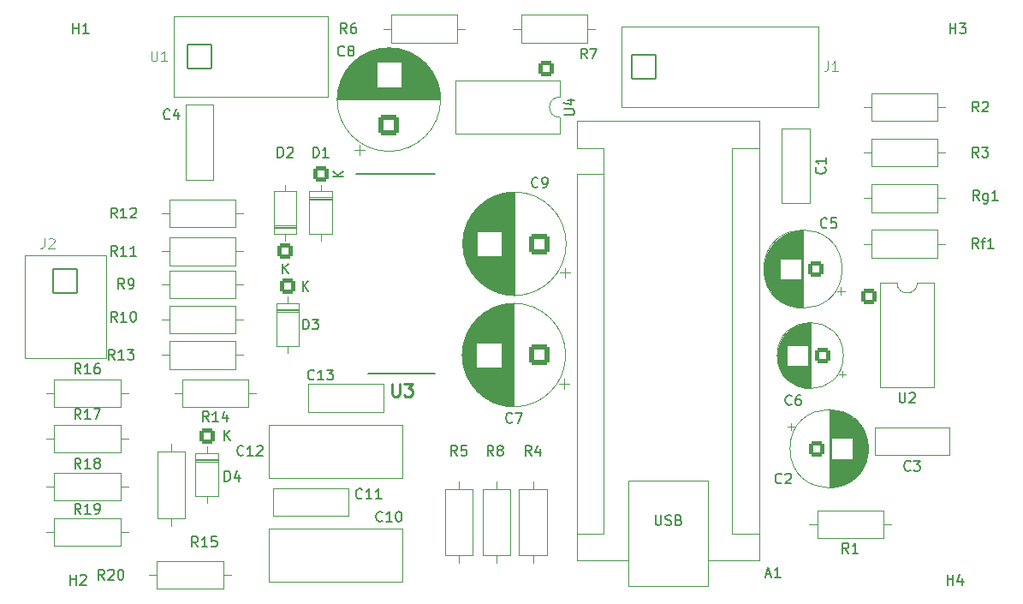
<source format=gto>
G04 #@! TF.GenerationSoftware,KiCad,Pcbnew,9.0.2*
G04 #@! TF.CreationDate,2025-05-16T19:44:45+03:00*
G04 #@! TF.ProjectId,spro2,7370726f-322e-46b6-9963-61645f706362,rev?*
G04 #@! TF.SameCoordinates,Original*
G04 #@! TF.FileFunction,Legend,Top*
G04 #@! TF.FilePolarity,Positive*
%FSLAX46Y46*%
G04 Gerber Fmt 4.6, Leading zero omitted, Abs format (unit mm)*
G04 Created by KiCad (PCBNEW 9.0.2) date 2025-05-16 19:44:45*
%MOMM*%
%LPD*%
G01*
G04 APERTURE LIST*
G04 Aperture macros list*
%AMRoundRect*
0 Rectangle with rounded corners*
0 $1 Rounding radius*
0 $2 $3 $4 $5 $6 $7 $8 $9 X,Y pos of 4 corners*
0 Add a 4 corners polygon primitive as box body*
4,1,4,$2,$3,$4,$5,$6,$7,$8,$9,$2,$3,0*
0 Add four circle primitives for the rounded corners*
1,1,$1+$1,$2,$3*
1,1,$1+$1,$4,$5*
1,1,$1+$1,$6,$7*
1,1,$1+$1,$8,$9*
0 Add four rect primitives between the rounded corners*
20,1,$1+$1,$2,$3,$4,$5,0*
20,1,$1+$1,$4,$5,$6,$7,0*
20,1,$1+$1,$6,$7,$8,$9,0*
20,1,$1+$1,$8,$9,$2,$3,0*%
G04 Aperture macros list end*
%ADD10C,0.150000*%
%ADD11C,0.100000*%
%ADD12C,0.254000*%
%ADD13C,0.120000*%
%ADD14C,0.200000*%
%ADD15RoundRect,0.250000X0.750000X0.750000X-0.750000X0.750000X-0.750000X-0.750000X0.750000X-0.750000X0*%
%ADD16C,2.000000*%
%ADD17RoundRect,0.102000X-1.200000X-1.200000X1.200000X-1.200000X1.200000X1.200000X-1.200000X1.200000X0*%
%ADD18C,2.604000*%
%ADD19RoundRect,0.102000X-1.200000X1.200000X-1.200000X-1.200000X1.200000X-1.200000X1.200000X1.200000X0*%
%ADD20RoundRect,0.250000X0.550000X0.550000X-0.550000X0.550000X-0.550000X-0.550000X0.550000X-0.550000X0*%
%ADD21C,1.600000*%
%ADD22RoundRect,0.250000X-0.550000X0.550000X-0.550000X-0.550000X0.550000X-0.550000X0.550000X0.550000X0*%
%ADD23C,2.200000*%
%ADD24RoundRect,0.250000X-0.550000X-0.550000X0.550000X-0.550000X0.550000X0.550000X-0.550000X0.550000X0*%
%ADD25R,1.130000X1.130000*%
%ADD26C,1.130000*%
%ADD27RoundRect,0.250000X0.750000X-0.750000X0.750000X0.750000X-0.750000X0.750000X-0.750000X-0.750000X0*%
%ADD28R,1.600000X1.600000*%
%ADD29O,1.600000X1.600000*%
%ADD30RoundRect,0.250000X0.550000X-0.550000X0.550000X0.550000X-0.550000X0.550000X-0.550000X-0.550000X0*%
G04 APERTURE END LIST*
D10*
X127001010Y-97609580D02*
X126953391Y-97657200D01*
X126953391Y-97657200D02*
X126810534Y-97704819D01*
X126810534Y-97704819D02*
X126715296Y-97704819D01*
X126715296Y-97704819D02*
X126572439Y-97657200D01*
X126572439Y-97657200D02*
X126477201Y-97561961D01*
X126477201Y-97561961D02*
X126429582Y-97466723D01*
X126429582Y-97466723D02*
X126381963Y-97276247D01*
X126381963Y-97276247D02*
X126381963Y-97133390D01*
X126381963Y-97133390D02*
X126429582Y-96942914D01*
X126429582Y-96942914D02*
X126477201Y-96847676D01*
X126477201Y-96847676D02*
X126572439Y-96752438D01*
X126572439Y-96752438D02*
X126715296Y-96704819D01*
X126715296Y-96704819D02*
X126810534Y-96704819D01*
X126810534Y-96704819D02*
X126953391Y-96752438D01*
X126953391Y-96752438D02*
X127001010Y-96800057D01*
X127477201Y-97704819D02*
X127667677Y-97704819D01*
X127667677Y-97704819D02*
X127762915Y-97657200D01*
X127762915Y-97657200D02*
X127810534Y-97609580D01*
X127810534Y-97609580D02*
X127905772Y-97466723D01*
X127905772Y-97466723D02*
X127953391Y-97276247D01*
X127953391Y-97276247D02*
X127953391Y-96895295D01*
X127953391Y-96895295D02*
X127905772Y-96800057D01*
X127905772Y-96800057D02*
X127858153Y-96752438D01*
X127858153Y-96752438D02*
X127762915Y-96704819D01*
X127762915Y-96704819D02*
X127572439Y-96704819D01*
X127572439Y-96704819D02*
X127477201Y-96752438D01*
X127477201Y-96752438D02*
X127429582Y-96800057D01*
X127429582Y-96800057D02*
X127381963Y-96895295D01*
X127381963Y-96895295D02*
X127381963Y-97133390D01*
X127381963Y-97133390D02*
X127429582Y-97228628D01*
X127429582Y-97228628D02*
X127477201Y-97276247D01*
X127477201Y-97276247D02*
X127572439Y-97323866D01*
X127572439Y-97323866D02*
X127762915Y-97323866D01*
X127762915Y-97323866D02*
X127858153Y-97276247D01*
X127858153Y-97276247D02*
X127905772Y-97228628D01*
X127905772Y-97228628D02*
X127953391Y-97133390D01*
D11*
X88738095Y-84207419D02*
X88738095Y-85016942D01*
X88738095Y-85016942D02*
X88785714Y-85112180D01*
X88785714Y-85112180D02*
X88833333Y-85159800D01*
X88833333Y-85159800D02*
X88928571Y-85207419D01*
X88928571Y-85207419D02*
X89119047Y-85207419D01*
X89119047Y-85207419D02*
X89214285Y-85159800D01*
X89214285Y-85159800D02*
X89261904Y-85112180D01*
X89261904Y-85112180D02*
X89309523Y-85016942D01*
X89309523Y-85016942D02*
X89309523Y-84207419D01*
X90309523Y-85207419D02*
X89738095Y-85207419D01*
X90023809Y-85207419D02*
X90023809Y-84207419D01*
X90023809Y-84207419D02*
X89928571Y-84350276D01*
X89928571Y-84350276D02*
X89833333Y-84445514D01*
X89833333Y-84445514D02*
X89738095Y-84493133D01*
X78166666Y-102707419D02*
X78166666Y-103421704D01*
X78166666Y-103421704D02*
X78119047Y-103564561D01*
X78119047Y-103564561D02*
X78023809Y-103659800D01*
X78023809Y-103659800D02*
X77880952Y-103707419D01*
X77880952Y-103707419D02*
X77785714Y-103707419D01*
X78595238Y-102802657D02*
X78642857Y-102755038D01*
X78642857Y-102755038D02*
X78738095Y-102707419D01*
X78738095Y-102707419D02*
X78976190Y-102707419D01*
X78976190Y-102707419D02*
X79071428Y-102755038D01*
X79071428Y-102755038D02*
X79119047Y-102802657D01*
X79119047Y-102802657D02*
X79166666Y-102897895D01*
X79166666Y-102897895D02*
X79166666Y-102993133D01*
X79166666Y-102993133D02*
X79119047Y-103135990D01*
X79119047Y-103135990D02*
X78547619Y-103707419D01*
X78547619Y-103707419D02*
X79166666Y-103707419D01*
X155666666Y-85207419D02*
X155666666Y-85921704D01*
X155666666Y-85921704D02*
X155619047Y-86064561D01*
X155619047Y-86064561D02*
X155523809Y-86159800D01*
X155523809Y-86159800D02*
X155380952Y-86207419D01*
X155380952Y-86207419D02*
X155285714Y-86207419D01*
X156666666Y-86207419D02*
X156095238Y-86207419D01*
X156380952Y-86207419D02*
X156380952Y-85207419D01*
X156380952Y-85207419D02*
X156285714Y-85350276D01*
X156285714Y-85350276D02*
X156190476Y-85445514D01*
X156190476Y-85445514D02*
X156095238Y-85493133D01*
D10*
X152083333Y-119109580D02*
X152035714Y-119157200D01*
X152035714Y-119157200D02*
X151892857Y-119204819D01*
X151892857Y-119204819D02*
X151797619Y-119204819D01*
X151797619Y-119204819D02*
X151654762Y-119157200D01*
X151654762Y-119157200D02*
X151559524Y-119061961D01*
X151559524Y-119061961D02*
X151511905Y-118966723D01*
X151511905Y-118966723D02*
X151464286Y-118776247D01*
X151464286Y-118776247D02*
X151464286Y-118633390D01*
X151464286Y-118633390D02*
X151511905Y-118442914D01*
X151511905Y-118442914D02*
X151559524Y-118347676D01*
X151559524Y-118347676D02*
X151654762Y-118252438D01*
X151654762Y-118252438D02*
X151797619Y-118204819D01*
X151797619Y-118204819D02*
X151892857Y-118204819D01*
X151892857Y-118204819D02*
X152035714Y-118252438D01*
X152035714Y-118252438D02*
X152083333Y-118300057D01*
X152940476Y-118204819D02*
X152750000Y-118204819D01*
X152750000Y-118204819D02*
X152654762Y-118252438D01*
X152654762Y-118252438D02*
X152607143Y-118300057D01*
X152607143Y-118300057D02*
X152511905Y-118442914D01*
X152511905Y-118442914D02*
X152464286Y-118633390D01*
X152464286Y-118633390D02*
X152464286Y-119014342D01*
X152464286Y-119014342D02*
X152511905Y-119109580D01*
X152511905Y-119109580D02*
X152559524Y-119157200D01*
X152559524Y-119157200D02*
X152654762Y-119204819D01*
X152654762Y-119204819D02*
X152845238Y-119204819D01*
X152845238Y-119204819D02*
X152940476Y-119157200D01*
X152940476Y-119157200D02*
X152988095Y-119109580D01*
X152988095Y-119109580D02*
X153035714Y-119014342D01*
X153035714Y-119014342D02*
X153035714Y-118776247D01*
X153035714Y-118776247D02*
X152988095Y-118681009D01*
X152988095Y-118681009D02*
X152940476Y-118633390D01*
X152940476Y-118633390D02*
X152845238Y-118585771D01*
X152845238Y-118585771D02*
X152654762Y-118585771D01*
X152654762Y-118585771D02*
X152559524Y-118633390D01*
X152559524Y-118633390D02*
X152511905Y-118681009D01*
X152511905Y-118681009D02*
X152464286Y-118776247D01*
X85357142Y-104454819D02*
X85023809Y-103978628D01*
X84785714Y-104454819D02*
X84785714Y-103454819D01*
X84785714Y-103454819D02*
X85166666Y-103454819D01*
X85166666Y-103454819D02*
X85261904Y-103502438D01*
X85261904Y-103502438D02*
X85309523Y-103550057D01*
X85309523Y-103550057D02*
X85357142Y-103645295D01*
X85357142Y-103645295D02*
X85357142Y-103788152D01*
X85357142Y-103788152D02*
X85309523Y-103883390D01*
X85309523Y-103883390D02*
X85261904Y-103931009D01*
X85261904Y-103931009D02*
X85166666Y-103978628D01*
X85166666Y-103978628D02*
X84785714Y-103978628D01*
X86309523Y-104454819D02*
X85738095Y-104454819D01*
X86023809Y-104454819D02*
X86023809Y-103454819D01*
X86023809Y-103454819D02*
X85928571Y-103597676D01*
X85928571Y-103597676D02*
X85833333Y-103692914D01*
X85833333Y-103692914D02*
X85738095Y-103740533D01*
X87261904Y-104454819D02*
X86690476Y-104454819D01*
X86976190Y-104454819D02*
X86976190Y-103454819D01*
X86976190Y-103454819D02*
X86880952Y-103597676D01*
X86880952Y-103597676D02*
X86785714Y-103692914D01*
X86785714Y-103692914D02*
X86690476Y-103740533D01*
X81777142Y-125454819D02*
X81443809Y-124978628D01*
X81205714Y-125454819D02*
X81205714Y-124454819D01*
X81205714Y-124454819D02*
X81586666Y-124454819D01*
X81586666Y-124454819D02*
X81681904Y-124502438D01*
X81681904Y-124502438D02*
X81729523Y-124550057D01*
X81729523Y-124550057D02*
X81777142Y-124645295D01*
X81777142Y-124645295D02*
X81777142Y-124788152D01*
X81777142Y-124788152D02*
X81729523Y-124883390D01*
X81729523Y-124883390D02*
X81681904Y-124931009D01*
X81681904Y-124931009D02*
X81586666Y-124978628D01*
X81586666Y-124978628D02*
X81205714Y-124978628D01*
X82729523Y-125454819D02*
X82158095Y-125454819D01*
X82443809Y-125454819D02*
X82443809Y-124454819D01*
X82443809Y-124454819D02*
X82348571Y-124597676D01*
X82348571Y-124597676D02*
X82253333Y-124692914D01*
X82253333Y-124692914D02*
X82158095Y-124740533D01*
X83300952Y-124883390D02*
X83205714Y-124835771D01*
X83205714Y-124835771D02*
X83158095Y-124788152D01*
X83158095Y-124788152D02*
X83110476Y-124692914D01*
X83110476Y-124692914D02*
X83110476Y-124645295D01*
X83110476Y-124645295D02*
X83158095Y-124550057D01*
X83158095Y-124550057D02*
X83205714Y-124502438D01*
X83205714Y-124502438D02*
X83300952Y-124454819D01*
X83300952Y-124454819D02*
X83491428Y-124454819D01*
X83491428Y-124454819D02*
X83586666Y-124502438D01*
X83586666Y-124502438D02*
X83634285Y-124550057D01*
X83634285Y-124550057D02*
X83681904Y-124645295D01*
X83681904Y-124645295D02*
X83681904Y-124692914D01*
X83681904Y-124692914D02*
X83634285Y-124788152D01*
X83634285Y-124788152D02*
X83586666Y-124835771D01*
X83586666Y-124835771D02*
X83491428Y-124883390D01*
X83491428Y-124883390D02*
X83300952Y-124883390D01*
X83300952Y-124883390D02*
X83205714Y-124931009D01*
X83205714Y-124931009D02*
X83158095Y-124978628D01*
X83158095Y-124978628D02*
X83110476Y-125073866D01*
X83110476Y-125073866D02*
X83110476Y-125264342D01*
X83110476Y-125264342D02*
X83158095Y-125359580D01*
X83158095Y-125359580D02*
X83205714Y-125407200D01*
X83205714Y-125407200D02*
X83300952Y-125454819D01*
X83300952Y-125454819D02*
X83491428Y-125454819D01*
X83491428Y-125454819D02*
X83586666Y-125407200D01*
X83586666Y-125407200D02*
X83634285Y-125359580D01*
X83634285Y-125359580D02*
X83681904Y-125264342D01*
X83681904Y-125264342D02*
X83681904Y-125073866D01*
X83681904Y-125073866D02*
X83634285Y-124978628D01*
X83634285Y-124978628D02*
X83586666Y-124931009D01*
X83586666Y-124931009D02*
X83491428Y-124883390D01*
X103761905Y-111704819D02*
X103761905Y-110704819D01*
X103761905Y-110704819D02*
X104000000Y-110704819D01*
X104000000Y-110704819D02*
X104142857Y-110752438D01*
X104142857Y-110752438D02*
X104238095Y-110847676D01*
X104238095Y-110847676D02*
X104285714Y-110942914D01*
X104285714Y-110942914D02*
X104333333Y-111133390D01*
X104333333Y-111133390D02*
X104333333Y-111276247D01*
X104333333Y-111276247D02*
X104285714Y-111466723D01*
X104285714Y-111466723D02*
X104238095Y-111561961D01*
X104238095Y-111561961D02*
X104142857Y-111657200D01*
X104142857Y-111657200D02*
X104000000Y-111704819D01*
X104000000Y-111704819D02*
X103761905Y-111704819D01*
X104666667Y-110704819D02*
X105285714Y-110704819D01*
X105285714Y-110704819D02*
X104952381Y-111085771D01*
X104952381Y-111085771D02*
X105095238Y-111085771D01*
X105095238Y-111085771D02*
X105190476Y-111133390D01*
X105190476Y-111133390D02*
X105238095Y-111181009D01*
X105238095Y-111181009D02*
X105285714Y-111276247D01*
X105285714Y-111276247D02*
X105285714Y-111514342D01*
X105285714Y-111514342D02*
X105238095Y-111609580D01*
X105238095Y-111609580D02*
X105190476Y-111657200D01*
X105190476Y-111657200D02*
X105095238Y-111704819D01*
X105095238Y-111704819D02*
X104809524Y-111704819D01*
X104809524Y-111704819D02*
X104714286Y-111657200D01*
X104714286Y-111657200D02*
X104666667Y-111609580D01*
X103738095Y-107954819D02*
X103738095Y-106954819D01*
X104309523Y-107954819D02*
X103880952Y-107383390D01*
X104309523Y-106954819D02*
X103738095Y-107526247D01*
X124451010Y-120859580D02*
X124403391Y-120907200D01*
X124403391Y-120907200D02*
X124260534Y-120954819D01*
X124260534Y-120954819D02*
X124165296Y-120954819D01*
X124165296Y-120954819D02*
X124022439Y-120907200D01*
X124022439Y-120907200D02*
X123927201Y-120811961D01*
X123927201Y-120811961D02*
X123879582Y-120716723D01*
X123879582Y-120716723D02*
X123831963Y-120526247D01*
X123831963Y-120526247D02*
X123831963Y-120383390D01*
X123831963Y-120383390D02*
X123879582Y-120192914D01*
X123879582Y-120192914D02*
X123927201Y-120097676D01*
X123927201Y-120097676D02*
X124022439Y-120002438D01*
X124022439Y-120002438D02*
X124165296Y-119954819D01*
X124165296Y-119954819D02*
X124260534Y-119954819D01*
X124260534Y-119954819D02*
X124403391Y-120002438D01*
X124403391Y-120002438D02*
X124451010Y-120050057D01*
X124784344Y-119954819D02*
X125451010Y-119954819D01*
X125451010Y-119954819D02*
X125022439Y-120954819D01*
X170583333Y-94704819D02*
X170250000Y-94228628D01*
X170011905Y-94704819D02*
X170011905Y-93704819D01*
X170011905Y-93704819D02*
X170392857Y-93704819D01*
X170392857Y-93704819D02*
X170488095Y-93752438D01*
X170488095Y-93752438D02*
X170535714Y-93800057D01*
X170535714Y-93800057D02*
X170583333Y-93895295D01*
X170583333Y-93895295D02*
X170583333Y-94038152D01*
X170583333Y-94038152D02*
X170535714Y-94133390D01*
X170535714Y-94133390D02*
X170488095Y-94181009D01*
X170488095Y-94181009D02*
X170392857Y-94228628D01*
X170392857Y-94228628D02*
X170011905Y-94228628D01*
X170916667Y-93704819D02*
X171535714Y-93704819D01*
X171535714Y-93704819D02*
X171202381Y-94085771D01*
X171202381Y-94085771D02*
X171345238Y-94085771D01*
X171345238Y-94085771D02*
X171440476Y-94133390D01*
X171440476Y-94133390D02*
X171488095Y-94181009D01*
X171488095Y-94181009D02*
X171535714Y-94276247D01*
X171535714Y-94276247D02*
X171535714Y-94514342D01*
X171535714Y-94514342D02*
X171488095Y-94609580D01*
X171488095Y-94609580D02*
X171440476Y-94657200D01*
X171440476Y-94657200D02*
X171345238Y-94704819D01*
X171345238Y-94704819D02*
X171059524Y-94704819D01*
X171059524Y-94704819D02*
X170964286Y-94657200D01*
X170964286Y-94657200D02*
X170916667Y-94609580D01*
X94437142Y-120824819D02*
X94103809Y-120348628D01*
X93865714Y-120824819D02*
X93865714Y-119824819D01*
X93865714Y-119824819D02*
X94246666Y-119824819D01*
X94246666Y-119824819D02*
X94341904Y-119872438D01*
X94341904Y-119872438D02*
X94389523Y-119920057D01*
X94389523Y-119920057D02*
X94437142Y-120015295D01*
X94437142Y-120015295D02*
X94437142Y-120158152D01*
X94437142Y-120158152D02*
X94389523Y-120253390D01*
X94389523Y-120253390D02*
X94341904Y-120301009D01*
X94341904Y-120301009D02*
X94246666Y-120348628D01*
X94246666Y-120348628D02*
X93865714Y-120348628D01*
X95389523Y-120824819D02*
X94818095Y-120824819D01*
X95103809Y-120824819D02*
X95103809Y-119824819D01*
X95103809Y-119824819D02*
X95008571Y-119967676D01*
X95008571Y-119967676D02*
X94913333Y-120062914D01*
X94913333Y-120062914D02*
X94818095Y-120110533D01*
X96246666Y-120158152D02*
X96246666Y-120824819D01*
X96008571Y-119777200D02*
X95770476Y-120491485D01*
X95770476Y-120491485D02*
X96389523Y-120491485D01*
X104761905Y-94704819D02*
X104761905Y-93704819D01*
X104761905Y-93704819D02*
X105000000Y-93704819D01*
X105000000Y-93704819D02*
X105142857Y-93752438D01*
X105142857Y-93752438D02*
X105238095Y-93847676D01*
X105238095Y-93847676D02*
X105285714Y-93942914D01*
X105285714Y-93942914D02*
X105333333Y-94133390D01*
X105333333Y-94133390D02*
X105333333Y-94276247D01*
X105333333Y-94276247D02*
X105285714Y-94466723D01*
X105285714Y-94466723D02*
X105238095Y-94561961D01*
X105238095Y-94561961D02*
X105142857Y-94657200D01*
X105142857Y-94657200D02*
X105000000Y-94704819D01*
X105000000Y-94704819D02*
X104761905Y-94704819D01*
X106285714Y-94704819D02*
X105714286Y-94704819D01*
X106000000Y-94704819D02*
X106000000Y-93704819D01*
X106000000Y-93704819D02*
X105904762Y-93847676D01*
X105904762Y-93847676D02*
X105809524Y-93942914D01*
X105809524Y-93942914D02*
X105714286Y-93990533D01*
X107754819Y-96641904D02*
X106754819Y-96641904D01*
X107754819Y-96070476D02*
X107183390Y-96499047D01*
X106754819Y-96070476D02*
X107326247Y-96641904D01*
X109607142Y-128359580D02*
X109559523Y-128407200D01*
X109559523Y-128407200D02*
X109416666Y-128454819D01*
X109416666Y-128454819D02*
X109321428Y-128454819D01*
X109321428Y-128454819D02*
X109178571Y-128407200D01*
X109178571Y-128407200D02*
X109083333Y-128311961D01*
X109083333Y-128311961D02*
X109035714Y-128216723D01*
X109035714Y-128216723D02*
X108988095Y-128026247D01*
X108988095Y-128026247D02*
X108988095Y-127883390D01*
X108988095Y-127883390D02*
X109035714Y-127692914D01*
X109035714Y-127692914D02*
X109083333Y-127597676D01*
X109083333Y-127597676D02*
X109178571Y-127502438D01*
X109178571Y-127502438D02*
X109321428Y-127454819D01*
X109321428Y-127454819D02*
X109416666Y-127454819D01*
X109416666Y-127454819D02*
X109559523Y-127502438D01*
X109559523Y-127502438D02*
X109607142Y-127550057D01*
X110559523Y-128454819D02*
X109988095Y-128454819D01*
X110273809Y-128454819D02*
X110273809Y-127454819D01*
X110273809Y-127454819D02*
X110178571Y-127597676D01*
X110178571Y-127597676D02*
X110083333Y-127692914D01*
X110083333Y-127692914D02*
X109988095Y-127740533D01*
X111511904Y-128454819D02*
X110940476Y-128454819D01*
X111226190Y-128454819D02*
X111226190Y-127454819D01*
X111226190Y-127454819D02*
X111130952Y-127597676D01*
X111130952Y-127597676D02*
X111035714Y-127692914D01*
X111035714Y-127692914D02*
X110940476Y-127740533D01*
X85357142Y-110954819D02*
X85023809Y-110478628D01*
X84785714Y-110954819D02*
X84785714Y-109954819D01*
X84785714Y-109954819D02*
X85166666Y-109954819D01*
X85166666Y-109954819D02*
X85261904Y-110002438D01*
X85261904Y-110002438D02*
X85309523Y-110050057D01*
X85309523Y-110050057D02*
X85357142Y-110145295D01*
X85357142Y-110145295D02*
X85357142Y-110288152D01*
X85357142Y-110288152D02*
X85309523Y-110383390D01*
X85309523Y-110383390D02*
X85261904Y-110431009D01*
X85261904Y-110431009D02*
X85166666Y-110478628D01*
X85166666Y-110478628D02*
X84785714Y-110478628D01*
X86309523Y-110954819D02*
X85738095Y-110954819D01*
X86023809Y-110954819D02*
X86023809Y-109954819D01*
X86023809Y-109954819D02*
X85928571Y-110097676D01*
X85928571Y-110097676D02*
X85833333Y-110192914D01*
X85833333Y-110192914D02*
X85738095Y-110240533D01*
X86928571Y-109954819D02*
X87023809Y-109954819D01*
X87023809Y-109954819D02*
X87119047Y-110002438D01*
X87119047Y-110002438D02*
X87166666Y-110050057D01*
X87166666Y-110050057D02*
X87214285Y-110145295D01*
X87214285Y-110145295D02*
X87261904Y-110335771D01*
X87261904Y-110335771D02*
X87261904Y-110573866D01*
X87261904Y-110573866D02*
X87214285Y-110764342D01*
X87214285Y-110764342D02*
X87166666Y-110859580D01*
X87166666Y-110859580D02*
X87119047Y-110907200D01*
X87119047Y-110907200D02*
X87023809Y-110954819D01*
X87023809Y-110954819D02*
X86928571Y-110954819D01*
X86928571Y-110954819D02*
X86833333Y-110907200D01*
X86833333Y-110907200D02*
X86785714Y-110859580D01*
X86785714Y-110859580D02*
X86738095Y-110764342D01*
X86738095Y-110764342D02*
X86690476Y-110573866D01*
X86690476Y-110573866D02*
X86690476Y-110335771D01*
X86690476Y-110335771D02*
X86738095Y-110145295D01*
X86738095Y-110145295D02*
X86785714Y-110050057D01*
X86785714Y-110050057D02*
X86833333Y-110002438D01*
X86833333Y-110002438D02*
X86928571Y-109954819D01*
X167738095Y-82454819D02*
X167738095Y-81454819D01*
X167738095Y-81931009D02*
X168309523Y-81931009D01*
X168309523Y-82454819D02*
X168309523Y-81454819D01*
X168690476Y-81454819D02*
X169309523Y-81454819D01*
X169309523Y-81454819D02*
X168976190Y-81835771D01*
X168976190Y-81835771D02*
X169119047Y-81835771D01*
X169119047Y-81835771D02*
X169214285Y-81883390D01*
X169214285Y-81883390D02*
X169261904Y-81931009D01*
X169261904Y-81931009D02*
X169309523Y-82026247D01*
X169309523Y-82026247D02*
X169309523Y-82264342D01*
X169309523Y-82264342D02*
X169261904Y-82359580D01*
X169261904Y-82359580D02*
X169214285Y-82407200D01*
X169214285Y-82407200D02*
X169119047Y-82454819D01*
X169119047Y-82454819D02*
X168833333Y-82454819D01*
X168833333Y-82454819D02*
X168738095Y-82407200D01*
X168738095Y-82407200D02*
X168690476Y-82359580D01*
X157708446Y-133824819D02*
X157375113Y-133348628D01*
X157137018Y-133824819D02*
X157137018Y-132824819D01*
X157137018Y-132824819D02*
X157517970Y-132824819D01*
X157517970Y-132824819D02*
X157613208Y-132872438D01*
X157613208Y-132872438D02*
X157660827Y-132920057D01*
X157660827Y-132920057D02*
X157708446Y-133015295D01*
X157708446Y-133015295D02*
X157708446Y-133158152D01*
X157708446Y-133158152D02*
X157660827Y-133253390D01*
X157660827Y-133253390D02*
X157613208Y-133301009D01*
X157613208Y-133301009D02*
X157517970Y-133348628D01*
X157517970Y-133348628D02*
X157137018Y-133348628D01*
X158660827Y-133824819D02*
X158089399Y-133824819D01*
X158375113Y-133824819D02*
X158375113Y-132824819D01*
X158375113Y-132824819D02*
X158279875Y-132967676D01*
X158279875Y-132967676D02*
X158184637Y-133062914D01*
X158184637Y-133062914D02*
X158089399Y-133110533D01*
X80738095Y-136954819D02*
X80738095Y-135954819D01*
X80738095Y-136431009D02*
X81309523Y-136431009D01*
X81309523Y-136954819D02*
X81309523Y-135954819D01*
X81738095Y-136050057D02*
X81785714Y-136002438D01*
X81785714Y-136002438D02*
X81880952Y-135954819D01*
X81880952Y-135954819D02*
X82119047Y-135954819D01*
X82119047Y-135954819D02*
X82214285Y-136002438D01*
X82214285Y-136002438D02*
X82261904Y-136050057D01*
X82261904Y-136050057D02*
X82309523Y-136145295D01*
X82309523Y-136145295D02*
X82309523Y-136240533D01*
X82309523Y-136240533D02*
X82261904Y-136383390D01*
X82261904Y-136383390D02*
X81690476Y-136954819D01*
X81690476Y-136954819D02*
X82309523Y-136954819D01*
X162738095Y-117954819D02*
X162738095Y-118764342D01*
X162738095Y-118764342D02*
X162785714Y-118859580D01*
X162785714Y-118859580D02*
X162833333Y-118907200D01*
X162833333Y-118907200D02*
X162928571Y-118954819D01*
X162928571Y-118954819D02*
X163119047Y-118954819D01*
X163119047Y-118954819D02*
X163214285Y-118907200D01*
X163214285Y-118907200D02*
X163261904Y-118859580D01*
X163261904Y-118859580D02*
X163309523Y-118764342D01*
X163309523Y-118764342D02*
X163309523Y-117954819D01*
X163738095Y-118050057D02*
X163785714Y-118002438D01*
X163785714Y-118002438D02*
X163880952Y-117954819D01*
X163880952Y-117954819D02*
X164119047Y-117954819D01*
X164119047Y-117954819D02*
X164214285Y-118002438D01*
X164214285Y-118002438D02*
X164261904Y-118050057D01*
X164261904Y-118050057D02*
X164309523Y-118145295D01*
X164309523Y-118145295D02*
X164309523Y-118240533D01*
X164309523Y-118240533D02*
X164261904Y-118383390D01*
X164261904Y-118383390D02*
X163690476Y-118954819D01*
X163690476Y-118954819D02*
X164309523Y-118954819D01*
D12*
X112562380Y-117054318D02*
X112562380Y-118082413D01*
X112562380Y-118082413D02*
X112622857Y-118203365D01*
X112622857Y-118203365D02*
X112683333Y-118263842D01*
X112683333Y-118263842D02*
X112804285Y-118324318D01*
X112804285Y-118324318D02*
X113046190Y-118324318D01*
X113046190Y-118324318D02*
X113167142Y-118263842D01*
X113167142Y-118263842D02*
X113227619Y-118203365D01*
X113227619Y-118203365D02*
X113288095Y-118082413D01*
X113288095Y-118082413D02*
X113288095Y-117054318D01*
X113771904Y-117054318D02*
X114558095Y-117054318D01*
X114558095Y-117054318D02*
X114134761Y-117538127D01*
X114134761Y-117538127D02*
X114316190Y-117538127D01*
X114316190Y-117538127D02*
X114437142Y-117598603D01*
X114437142Y-117598603D02*
X114497618Y-117659080D01*
X114497618Y-117659080D02*
X114558095Y-117780032D01*
X114558095Y-117780032D02*
X114558095Y-118082413D01*
X114558095Y-118082413D02*
X114497618Y-118203365D01*
X114497618Y-118203365D02*
X114437142Y-118263842D01*
X114437142Y-118263842D02*
X114316190Y-118324318D01*
X114316190Y-118324318D02*
X113953333Y-118324318D01*
X113953333Y-118324318D02*
X113832380Y-118263842D01*
X113832380Y-118263842D02*
X113771904Y-118203365D01*
D10*
X81777142Y-129954819D02*
X81443809Y-129478628D01*
X81205714Y-129954819D02*
X81205714Y-128954819D01*
X81205714Y-128954819D02*
X81586666Y-128954819D01*
X81586666Y-128954819D02*
X81681904Y-129002438D01*
X81681904Y-129002438D02*
X81729523Y-129050057D01*
X81729523Y-129050057D02*
X81777142Y-129145295D01*
X81777142Y-129145295D02*
X81777142Y-129288152D01*
X81777142Y-129288152D02*
X81729523Y-129383390D01*
X81729523Y-129383390D02*
X81681904Y-129431009D01*
X81681904Y-129431009D02*
X81586666Y-129478628D01*
X81586666Y-129478628D02*
X81205714Y-129478628D01*
X82729523Y-129954819D02*
X82158095Y-129954819D01*
X82443809Y-129954819D02*
X82443809Y-128954819D01*
X82443809Y-128954819D02*
X82348571Y-129097676D01*
X82348571Y-129097676D02*
X82253333Y-129192914D01*
X82253333Y-129192914D02*
X82158095Y-129240533D01*
X83205714Y-129954819D02*
X83396190Y-129954819D01*
X83396190Y-129954819D02*
X83491428Y-129907200D01*
X83491428Y-129907200D02*
X83539047Y-129859580D01*
X83539047Y-129859580D02*
X83634285Y-129716723D01*
X83634285Y-129716723D02*
X83681904Y-129526247D01*
X83681904Y-129526247D02*
X83681904Y-129145295D01*
X83681904Y-129145295D02*
X83634285Y-129050057D01*
X83634285Y-129050057D02*
X83586666Y-129002438D01*
X83586666Y-129002438D02*
X83491428Y-128954819D01*
X83491428Y-128954819D02*
X83300952Y-128954819D01*
X83300952Y-128954819D02*
X83205714Y-129002438D01*
X83205714Y-129002438D02*
X83158095Y-129050057D01*
X83158095Y-129050057D02*
X83110476Y-129145295D01*
X83110476Y-129145295D02*
X83110476Y-129383390D01*
X83110476Y-129383390D02*
X83158095Y-129478628D01*
X83158095Y-129478628D02*
X83205714Y-129526247D01*
X83205714Y-129526247D02*
X83300952Y-129573866D01*
X83300952Y-129573866D02*
X83491428Y-129573866D01*
X83491428Y-129573866D02*
X83586666Y-129526247D01*
X83586666Y-129526247D02*
X83634285Y-129478628D01*
X83634285Y-129478628D02*
X83681904Y-129383390D01*
X80988095Y-82454819D02*
X80988095Y-81454819D01*
X80988095Y-81931009D02*
X81559523Y-81931009D01*
X81559523Y-82454819D02*
X81559523Y-81454819D01*
X82559523Y-82454819D02*
X81988095Y-82454819D01*
X82273809Y-82454819D02*
X82273809Y-81454819D01*
X82273809Y-81454819D02*
X82178571Y-81597676D01*
X82178571Y-81597676D02*
X82083333Y-81692914D01*
X82083333Y-81692914D02*
X81988095Y-81740533D01*
X86083333Y-107704819D02*
X85750000Y-107228628D01*
X85511905Y-107704819D02*
X85511905Y-106704819D01*
X85511905Y-106704819D02*
X85892857Y-106704819D01*
X85892857Y-106704819D02*
X85988095Y-106752438D01*
X85988095Y-106752438D02*
X86035714Y-106800057D01*
X86035714Y-106800057D02*
X86083333Y-106895295D01*
X86083333Y-106895295D02*
X86083333Y-107038152D01*
X86083333Y-107038152D02*
X86035714Y-107133390D01*
X86035714Y-107133390D02*
X85988095Y-107181009D01*
X85988095Y-107181009D02*
X85892857Y-107228628D01*
X85892857Y-107228628D02*
X85511905Y-107228628D01*
X86559524Y-107704819D02*
X86750000Y-107704819D01*
X86750000Y-107704819D02*
X86845238Y-107657200D01*
X86845238Y-107657200D02*
X86892857Y-107609580D01*
X86892857Y-107609580D02*
X86988095Y-107466723D01*
X86988095Y-107466723D02*
X87035714Y-107276247D01*
X87035714Y-107276247D02*
X87035714Y-106895295D01*
X87035714Y-106895295D02*
X86988095Y-106800057D01*
X86988095Y-106800057D02*
X86940476Y-106752438D01*
X86940476Y-106752438D02*
X86845238Y-106704819D01*
X86845238Y-106704819D02*
X86654762Y-106704819D01*
X86654762Y-106704819D02*
X86559524Y-106752438D01*
X86559524Y-106752438D02*
X86511905Y-106800057D01*
X86511905Y-106800057D02*
X86464286Y-106895295D01*
X86464286Y-106895295D02*
X86464286Y-107133390D01*
X86464286Y-107133390D02*
X86511905Y-107228628D01*
X86511905Y-107228628D02*
X86559524Y-107276247D01*
X86559524Y-107276247D02*
X86654762Y-107323866D01*
X86654762Y-107323866D02*
X86845238Y-107323866D01*
X86845238Y-107323866D02*
X86940476Y-107276247D01*
X86940476Y-107276247D02*
X86988095Y-107228628D01*
X86988095Y-107228628D02*
X87035714Y-107133390D01*
X167488095Y-136954819D02*
X167488095Y-135954819D01*
X167488095Y-136431009D02*
X168059523Y-136431009D01*
X168059523Y-136954819D02*
X168059523Y-135954819D01*
X168964285Y-136288152D02*
X168964285Y-136954819D01*
X168726190Y-135907200D02*
X168488095Y-136621485D01*
X168488095Y-136621485D02*
X169107142Y-136621485D01*
X155583333Y-101609580D02*
X155535714Y-101657200D01*
X155535714Y-101657200D02*
X155392857Y-101704819D01*
X155392857Y-101704819D02*
X155297619Y-101704819D01*
X155297619Y-101704819D02*
X155154762Y-101657200D01*
X155154762Y-101657200D02*
X155059524Y-101561961D01*
X155059524Y-101561961D02*
X155011905Y-101466723D01*
X155011905Y-101466723D02*
X154964286Y-101276247D01*
X154964286Y-101276247D02*
X154964286Y-101133390D01*
X154964286Y-101133390D02*
X155011905Y-100942914D01*
X155011905Y-100942914D02*
X155059524Y-100847676D01*
X155059524Y-100847676D02*
X155154762Y-100752438D01*
X155154762Y-100752438D02*
X155297619Y-100704819D01*
X155297619Y-100704819D02*
X155392857Y-100704819D01*
X155392857Y-100704819D02*
X155535714Y-100752438D01*
X155535714Y-100752438D02*
X155583333Y-100800057D01*
X156488095Y-100704819D02*
X156011905Y-100704819D01*
X156011905Y-100704819D02*
X155964286Y-101181009D01*
X155964286Y-101181009D02*
X156011905Y-101133390D01*
X156011905Y-101133390D02*
X156107143Y-101085771D01*
X156107143Y-101085771D02*
X156345238Y-101085771D01*
X156345238Y-101085771D02*
X156440476Y-101133390D01*
X156440476Y-101133390D02*
X156488095Y-101181009D01*
X156488095Y-101181009D02*
X156535714Y-101276247D01*
X156535714Y-101276247D02*
X156535714Y-101514342D01*
X156535714Y-101514342D02*
X156488095Y-101609580D01*
X156488095Y-101609580D02*
X156440476Y-101657200D01*
X156440476Y-101657200D02*
X156345238Y-101704819D01*
X156345238Y-101704819D02*
X156107143Y-101704819D01*
X156107143Y-101704819D02*
X156011905Y-101657200D01*
X156011905Y-101657200D02*
X155964286Y-101609580D01*
X104857142Y-116609580D02*
X104809523Y-116657200D01*
X104809523Y-116657200D02*
X104666666Y-116704819D01*
X104666666Y-116704819D02*
X104571428Y-116704819D01*
X104571428Y-116704819D02*
X104428571Y-116657200D01*
X104428571Y-116657200D02*
X104333333Y-116561961D01*
X104333333Y-116561961D02*
X104285714Y-116466723D01*
X104285714Y-116466723D02*
X104238095Y-116276247D01*
X104238095Y-116276247D02*
X104238095Y-116133390D01*
X104238095Y-116133390D02*
X104285714Y-115942914D01*
X104285714Y-115942914D02*
X104333333Y-115847676D01*
X104333333Y-115847676D02*
X104428571Y-115752438D01*
X104428571Y-115752438D02*
X104571428Y-115704819D01*
X104571428Y-115704819D02*
X104666666Y-115704819D01*
X104666666Y-115704819D02*
X104809523Y-115752438D01*
X104809523Y-115752438D02*
X104857142Y-115800057D01*
X105809523Y-116704819D02*
X105238095Y-116704819D01*
X105523809Y-116704819D02*
X105523809Y-115704819D01*
X105523809Y-115704819D02*
X105428571Y-115847676D01*
X105428571Y-115847676D02*
X105333333Y-115942914D01*
X105333333Y-115942914D02*
X105238095Y-115990533D01*
X106142857Y-115704819D02*
X106761904Y-115704819D01*
X106761904Y-115704819D02*
X106428571Y-116085771D01*
X106428571Y-116085771D02*
X106571428Y-116085771D01*
X106571428Y-116085771D02*
X106666666Y-116133390D01*
X106666666Y-116133390D02*
X106714285Y-116181009D01*
X106714285Y-116181009D02*
X106761904Y-116276247D01*
X106761904Y-116276247D02*
X106761904Y-116514342D01*
X106761904Y-116514342D02*
X106714285Y-116609580D01*
X106714285Y-116609580D02*
X106666666Y-116657200D01*
X106666666Y-116657200D02*
X106571428Y-116704819D01*
X106571428Y-116704819D02*
X106285714Y-116704819D01*
X106285714Y-116704819D02*
X106190476Y-116657200D01*
X106190476Y-116657200D02*
X106142857Y-116609580D01*
X81777142Y-120584819D02*
X81443809Y-120108628D01*
X81205714Y-120584819D02*
X81205714Y-119584819D01*
X81205714Y-119584819D02*
X81586666Y-119584819D01*
X81586666Y-119584819D02*
X81681904Y-119632438D01*
X81681904Y-119632438D02*
X81729523Y-119680057D01*
X81729523Y-119680057D02*
X81777142Y-119775295D01*
X81777142Y-119775295D02*
X81777142Y-119918152D01*
X81777142Y-119918152D02*
X81729523Y-120013390D01*
X81729523Y-120013390D02*
X81681904Y-120061009D01*
X81681904Y-120061009D02*
X81586666Y-120108628D01*
X81586666Y-120108628D02*
X81205714Y-120108628D01*
X82729523Y-120584819D02*
X82158095Y-120584819D01*
X82443809Y-120584819D02*
X82443809Y-119584819D01*
X82443809Y-119584819D02*
X82348571Y-119727676D01*
X82348571Y-119727676D02*
X82253333Y-119822914D01*
X82253333Y-119822914D02*
X82158095Y-119870533D01*
X83062857Y-119584819D02*
X83729523Y-119584819D01*
X83729523Y-119584819D02*
X83300952Y-120584819D01*
X122583333Y-124204819D02*
X122250000Y-123728628D01*
X122011905Y-124204819D02*
X122011905Y-123204819D01*
X122011905Y-123204819D02*
X122392857Y-123204819D01*
X122392857Y-123204819D02*
X122488095Y-123252438D01*
X122488095Y-123252438D02*
X122535714Y-123300057D01*
X122535714Y-123300057D02*
X122583333Y-123395295D01*
X122583333Y-123395295D02*
X122583333Y-123538152D01*
X122583333Y-123538152D02*
X122535714Y-123633390D01*
X122535714Y-123633390D02*
X122488095Y-123681009D01*
X122488095Y-123681009D02*
X122392857Y-123728628D01*
X122392857Y-123728628D02*
X122011905Y-123728628D01*
X123154762Y-123633390D02*
X123059524Y-123585771D01*
X123059524Y-123585771D02*
X123011905Y-123538152D01*
X123011905Y-123538152D02*
X122964286Y-123442914D01*
X122964286Y-123442914D02*
X122964286Y-123395295D01*
X122964286Y-123395295D02*
X123011905Y-123300057D01*
X123011905Y-123300057D02*
X123059524Y-123252438D01*
X123059524Y-123252438D02*
X123154762Y-123204819D01*
X123154762Y-123204819D02*
X123345238Y-123204819D01*
X123345238Y-123204819D02*
X123440476Y-123252438D01*
X123440476Y-123252438D02*
X123488095Y-123300057D01*
X123488095Y-123300057D02*
X123535714Y-123395295D01*
X123535714Y-123395295D02*
X123535714Y-123442914D01*
X123535714Y-123442914D02*
X123488095Y-123538152D01*
X123488095Y-123538152D02*
X123440476Y-123585771D01*
X123440476Y-123585771D02*
X123345238Y-123633390D01*
X123345238Y-123633390D02*
X123154762Y-123633390D01*
X123154762Y-123633390D02*
X123059524Y-123681009D01*
X123059524Y-123681009D02*
X123011905Y-123728628D01*
X123011905Y-123728628D02*
X122964286Y-123823866D01*
X122964286Y-123823866D02*
X122964286Y-124014342D01*
X122964286Y-124014342D02*
X123011905Y-124109580D01*
X123011905Y-124109580D02*
X123059524Y-124157200D01*
X123059524Y-124157200D02*
X123154762Y-124204819D01*
X123154762Y-124204819D02*
X123345238Y-124204819D01*
X123345238Y-124204819D02*
X123440476Y-124157200D01*
X123440476Y-124157200D02*
X123488095Y-124109580D01*
X123488095Y-124109580D02*
X123535714Y-124014342D01*
X123535714Y-124014342D02*
X123535714Y-123823866D01*
X123535714Y-123823866D02*
X123488095Y-123728628D01*
X123488095Y-123728628D02*
X123440476Y-123681009D01*
X123440476Y-123681009D02*
X123345238Y-123633390D01*
X170630952Y-98954819D02*
X170297619Y-98478628D01*
X170059524Y-98954819D02*
X170059524Y-97954819D01*
X170059524Y-97954819D02*
X170440476Y-97954819D01*
X170440476Y-97954819D02*
X170535714Y-98002438D01*
X170535714Y-98002438D02*
X170583333Y-98050057D01*
X170583333Y-98050057D02*
X170630952Y-98145295D01*
X170630952Y-98145295D02*
X170630952Y-98288152D01*
X170630952Y-98288152D02*
X170583333Y-98383390D01*
X170583333Y-98383390D02*
X170535714Y-98431009D01*
X170535714Y-98431009D02*
X170440476Y-98478628D01*
X170440476Y-98478628D02*
X170059524Y-98478628D01*
X171488095Y-98288152D02*
X171488095Y-99097676D01*
X171488095Y-99097676D02*
X171440476Y-99192914D01*
X171440476Y-99192914D02*
X171392857Y-99240533D01*
X171392857Y-99240533D02*
X171297619Y-99288152D01*
X171297619Y-99288152D02*
X171154762Y-99288152D01*
X171154762Y-99288152D02*
X171059524Y-99240533D01*
X171488095Y-98907200D02*
X171392857Y-98954819D01*
X171392857Y-98954819D02*
X171202381Y-98954819D01*
X171202381Y-98954819D02*
X171107143Y-98907200D01*
X171107143Y-98907200D02*
X171059524Y-98859580D01*
X171059524Y-98859580D02*
X171011905Y-98764342D01*
X171011905Y-98764342D02*
X171011905Y-98478628D01*
X171011905Y-98478628D02*
X171059524Y-98383390D01*
X171059524Y-98383390D02*
X171107143Y-98335771D01*
X171107143Y-98335771D02*
X171202381Y-98288152D01*
X171202381Y-98288152D02*
X171392857Y-98288152D01*
X171392857Y-98288152D02*
X171488095Y-98335771D01*
X172488095Y-98954819D02*
X171916667Y-98954819D01*
X172202381Y-98954819D02*
X172202381Y-97954819D01*
X172202381Y-97954819D02*
X172107143Y-98097676D01*
X172107143Y-98097676D02*
X172011905Y-98192914D01*
X172011905Y-98192914D02*
X171916667Y-98240533D01*
X90583333Y-90859580D02*
X90535714Y-90907200D01*
X90535714Y-90907200D02*
X90392857Y-90954819D01*
X90392857Y-90954819D02*
X90297619Y-90954819D01*
X90297619Y-90954819D02*
X90154762Y-90907200D01*
X90154762Y-90907200D02*
X90059524Y-90811961D01*
X90059524Y-90811961D02*
X90011905Y-90716723D01*
X90011905Y-90716723D02*
X89964286Y-90526247D01*
X89964286Y-90526247D02*
X89964286Y-90383390D01*
X89964286Y-90383390D02*
X90011905Y-90192914D01*
X90011905Y-90192914D02*
X90059524Y-90097676D01*
X90059524Y-90097676D02*
X90154762Y-90002438D01*
X90154762Y-90002438D02*
X90297619Y-89954819D01*
X90297619Y-89954819D02*
X90392857Y-89954819D01*
X90392857Y-89954819D02*
X90535714Y-90002438D01*
X90535714Y-90002438D02*
X90583333Y-90050057D01*
X91440476Y-90288152D02*
X91440476Y-90954819D01*
X91202381Y-89907200D02*
X90964286Y-90621485D01*
X90964286Y-90621485D02*
X91583333Y-90621485D01*
X84107142Y-136454819D02*
X83773809Y-135978628D01*
X83535714Y-136454819D02*
X83535714Y-135454819D01*
X83535714Y-135454819D02*
X83916666Y-135454819D01*
X83916666Y-135454819D02*
X84011904Y-135502438D01*
X84011904Y-135502438D02*
X84059523Y-135550057D01*
X84059523Y-135550057D02*
X84107142Y-135645295D01*
X84107142Y-135645295D02*
X84107142Y-135788152D01*
X84107142Y-135788152D02*
X84059523Y-135883390D01*
X84059523Y-135883390D02*
X84011904Y-135931009D01*
X84011904Y-135931009D02*
X83916666Y-135978628D01*
X83916666Y-135978628D02*
X83535714Y-135978628D01*
X84488095Y-135550057D02*
X84535714Y-135502438D01*
X84535714Y-135502438D02*
X84630952Y-135454819D01*
X84630952Y-135454819D02*
X84869047Y-135454819D01*
X84869047Y-135454819D02*
X84964285Y-135502438D01*
X84964285Y-135502438D02*
X85011904Y-135550057D01*
X85011904Y-135550057D02*
X85059523Y-135645295D01*
X85059523Y-135645295D02*
X85059523Y-135740533D01*
X85059523Y-135740533D02*
X85011904Y-135883390D01*
X85011904Y-135883390D02*
X84440476Y-136454819D01*
X84440476Y-136454819D02*
X85059523Y-136454819D01*
X85678571Y-135454819D02*
X85773809Y-135454819D01*
X85773809Y-135454819D02*
X85869047Y-135502438D01*
X85869047Y-135502438D02*
X85916666Y-135550057D01*
X85916666Y-135550057D02*
X85964285Y-135645295D01*
X85964285Y-135645295D02*
X86011904Y-135835771D01*
X86011904Y-135835771D02*
X86011904Y-136073866D01*
X86011904Y-136073866D02*
X85964285Y-136264342D01*
X85964285Y-136264342D02*
X85916666Y-136359580D01*
X85916666Y-136359580D02*
X85869047Y-136407200D01*
X85869047Y-136407200D02*
X85773809Y-136454819D01*
X85773809Y-136454819D02*
X85678571Y-136454819D01*
X85678571Y-136454819D02*
X85583333Y-136407200D01*
X85583333Y-136407200D02*
X85535714Y-136359580D01*
X85535714Y-136359580D02*
X85488095Y-136264342D01*
X85488095Y-136264342D02*
X85440476Y-136073866D01*
X85440476Y-136073866D02*
X85440476Y-135835771D01*
X85440476Y-135835771D02*
X85488095Y-135645295D01*
X85488095Y-135645295D02*
X85535714Y-135550057D01*
X85535714Y-135550057D02*
X85583333Y-135502438D01*
X85583333Y-135502438D02*
X85678571Y-135454819D01*
X163833333Y-125609580D02*
X163785714Y-125657200D01*
X163785714Y-125657200D02*
X163642857Y-125704819D01*
X163642857Y-125704819D02*
X163547619Y-125704819D01*
X163547619Y-125704819D02*
X163404762Y-125657200D01*
X163404762Y-125657200D02*
X163309524Y-125561961D01*
X163309524Y-125561961D02*
X163261905Y-125466723D01*
X163261905Y-125466723D02*
X163214286Y-125276247D01*
X163214286Y-125276247D02*
X163214286Y-125133390D01*
X163214286Y-125133390D02*
X163261905Y-124942914D01*
X163261905Y-124942914D02*
X163309524Y-124847676D01*
X163309524Y-124847676D02*
X163404762Y-124752438D01*
X163404762Y-124752438D02*
X163547619Y-124704819D01*
X163547619Y-124704819D02*
X163642857Y-124704819D01*
X163642857Y-124704819D02*
X163785714Y-124752438D01*
X163785714Y-124752438D02*
X163833333Y-124800057D01*
X164166667Y-124704819D02*
X164785714Y-124704819D01*
X164785714Y-124704819D02*
X164452381Y-125085771D01*
X164452381Y-125085771D02*
X164595238Y-125085771D01*
X164595238Y-125085771D02*
X164690476Y-125133390D01*
X164690476Y-125133390D02*
X164738095Y-125181009D01*
X164738095Y-125181009D02*
X164785714Y-125276247D01*
X164785714Y-125276247D02*
X164785714Y-125514342D01*
X164785714Y-125514342D02*
X164738095Y-125609580D01*
X164738095Y-125609580D02*
X164690476Y-125657200D01*
X164690476Y-125657200D02*
X164595238Y-125704819D01*
X164595238Y-125704819D02*
X164309524Y-125704819D01*
X164309524Y-125704819D02*
X164214286Y-125657200D01*
X164214286Y-125657200D02*
X164166667Y-125609580D01*
X107833333Y-84609580D02*
X107785714Y-84657200D01*
X107785714Y-84657200D02*
X107642857Y-84704819D01*
X107642857Y-84704819D02*
X107547619Y-84704819D01*
X107547619Y-84704819D02*
X107404762Y-84657200D01*
X107404762Y-84657200D02*
X107309524Y-84561961D01*
X107309524Y-84561961D02*
X107261905Y-84466723D01*
X107261905Y-84466723D02*
X107214286Y-84276247D01*
X107214286Y-84276247D02*
X107214286Y-84133390D01*
X107214286Y-84133390D02*
X107261905Y-83942914D01*
X107261905Y-83942914D02*
X107309524Y-83847676D01*
X107309524Y-83847676D02*
X107404762Y-83752438D01*
X107404762Y-83752438D02*
X107547619Y-83704819D01*
X107547619Y-83704819D02*
X107642857Y-83704819D01*
X107642857Y-83704819D02*
X107785714Y-83752438D01*
X107785714Y-83752438D02*
X107833333Y-83800057D01*
X108404762Y-84133390D02*
X108309524Y-84085771D01*
X108309524Y-84085771D02*
X108261905Y-84038152D01*
X108261905Y-84038152D02*
X108214286Y-83942914D01*
X108214286Y-83942914D02*
X108214286Y-83895295D01*
X108214286Y-83895295D02*
X108261905Y-83800057D01*
X108261905Y-83800057D02*
X108309524Y-83752438D01*
X108309524Y-83752438D02*
X108404762Y-83704819D01*
X108404762Y-83704819D02*
X108595238Y-83704819D01*
X108595238Y-83704819D02*
X108690476Y-83752438D01*
X108690476Y-83752438D02*
X108738095Y-83800057D01*
X108738095Y-83800057D02*
X108785714Y-83895295D01*
X108785714Y-83895295D02*
X108785714Y-83942914D01*
X108785714Y-83942914D02*
X108738095Y-84038152D01*
X108738095Y-84038152D02*
X108690476Y-84085771D01*
X108690476Y-84085771D02*
X108595238Y-84133390D01*
X108595238Y-84133390D02*
X108404762Y-84133390D01*
X108404762Y-84133390D02*
X108309524Y-84181009D01*
X108309524Y-84181009D02*
X108261905Y-84228628D01*
X108261905Y-84228628D02*
X108214286Y-84323866D01*
X108214286Y-84323866D02*
X108214286Y-84514342D01*
X108214286Y-84514342D02*
X108261905Y-84609580D01*
X108261905Y-84609580D02*
X108309524Y-84657200D01*
X108309524Y-84657200D02*
X108404762Y-84704819D01*
X108404762Y-84704819D02*
X108595238Y-84704819D01*
X108595238Y-84704819D02*
X108690476Y-84657200D01*
X108690476Y-84657200D02*
X108738095Y-84609580D01*
X108738095Y-84609580D02*
X108785714Y-84514342D01*
X108785714Y-84514342D02*
X108785714Y-84323866D01*
X108785714Y-84323866D02*
X108738095Y-84228628D01*
X108738095Y-84228628D02*
X108690476Y-84181009D01*
X108690476Y-84181009D02*
X108595238Y-84133390D01*
X170583333Y-90204819D02*
X170250000Y-89728628D01*
X170011905Y-90204819D02*
X170011905Y-89204819D01*
X170011905Y-89204819D02*
X170392857Y-89204819D01*
X170392857Y-89204819D02*
X170488095Y-89252438D01*
X170488095Y-89252438D02*
X170535714Y-89300057D01*
X170535714Y-89300057D02*
X170583333Y-89395295D01*
X170583333Y-89395295D02*
X170583333Y-89538152D01*
X170583333Y-89538152D02*
X170535714Y-89633390D01*
X170535714Y-89633390D02*
X170488095Y-89681009D01*
X170488095Y-89681009D02*
X170392857Y-89728628D01*
X170392857Y-89728628D02*
X170011905Y-89728628D01*
X170964286Y-89300057D02*
X171011905Y-89252438D01*
X171011905Y-89252438D02*
X171107143Y-89204819D01*
X171107143Y-89204819D02*
X171345238Y-89204819D01*
X171345238Y-89204819D02*
X171440476Y-89252438D01*
X171440476Y-89252438D02*
X171488095Y-89300057D01*
X171488095Y-89300057D02*
X171535714Y-89395295D01*
X171535714Y-89395295D02*
X171535714Y-89490533D01*
X171535714Y-89490533D02*
X171488095Y-89633390D01*
X171488095Y-89633390D02*
X170916667Y-90204819D01*
X170916667Y-90204819D02*
X171535714Y-90204819D01*
X126333333Y-124204819D02*
X126000000Y-123728628D01*
X125761905Y-124204819D02*
X125761905Y-123204819D01*
X125761905Y-123204819D02*
X126142857Y-123204819D01*
X126142857Y-123204819D02*
X126238095Y-123252438D01*
X126238095Y-123252438D02*
X126285714Y-123300057D01*
X126285714Y-123300057D02*
X126333333Y-123395295D01*
X126333333Y-123395295D02*
X126333333Y-123538152D01*
X126333333Y-123538152D02*
X126285714Y-123633390D01*
X126285714Y-123633390D02*
X126238095Y-123681009D01*
X126238095Y-123681009D02*
X126142857Y-123728628D01*
X126142857Y-123728628D02*
X125761905Y-123728628D01*
X127190476Y-123538152D02*
X127190476Y-124204819D01*
X126952381Y-123157200D02*
X126714286Y-123871485D01*
X126714286Y-123871485D02*
X127333333Y-123871485D01*
X93357142Y-133204819D02*
X93023809Y-132728628D01*
X92785714Y-133204819D02*
X92785714Y-132204819D01*
X92785714Y-132204819D02*
X93166666Y-132204819D01*
X93166666Y-132204819D02*
X93261904Y-132252438D01*
X93261904Y-132252438D02*
X93309523Y-132300057D01*
X93309523Y-132300057D02*
X93357142Y-132395295D01*
X93357142Y-132395295D02*
X93357142Y-132538152D01*
X93357142Y-132538152D02*
X93309523Y-132633390D01*
X93309523Y-132633390D02*
X93261904Y-132681009D01*
X93261904Y-132681009D02*
X93166666Y-132728628D01*
X93166666Y-132728628D02*
X92785714Y-132728628D01*
X94309523Y-133204819D02*
X93738095Y-133204819D01*
X94023809Y-133204819D02*
X94023809Y-132204819D01*
X94023809Y-132204819D02*
X93928571Y-132347676D01*
X93928571Y-132347676D02*
X93833333Y-132442914D01*
X93833333Y-132442914D02*
X93738095Y-132490533D01*
X95214285Y-132204819D02*
X94738095Y-132204819D01*
X94738095Y-132204819D02*
X94690476Y-132681009D01*
X94690476Y-132681009D02*
X94738095Y-132633390D01*
X94738095Y-132633390D02*
X94833333Y-132585771D01*
X94833333Y-132585771D02*
X95071428Y-132585771D01*
X95071428Y-132585771D02*
X95166666Y-132633390D01*
X95166666Y-132633390D02*
X95214285Y-132681009D01*
X95214285Y-132681009D02*
X95261904Y-132776247D01*
X95261904Y-132776247D02*
X95261904Y-133014342D01*
X95261904Y-133014342D02*
X95214285Y-133109580D01*
X95214285Y-133109580D02*
X95166666Y-133157200D01*
X95166666Y-133157200D02*
X95071428Y-133204819D01*
X95071428Y-133204819D02*
X94833333Y-133204819D01*
X94833333Y-133204819D02*
X94738095Y-133157200D01*
X94738095Y-133157200D02*
X94690476Y-133109580D01*
X149535714Y-135919104D02*
X150011904Y-135919104D01*
X149440476Y-136204819D02*
X149773809Y-135204819D01*
X149773809Y-135204819D02*
X150107142Y-136204819D01*
X150964285Y-136204819D02*
X150392857Y-136204819D01*
X150678571Y-136204819D02*
X150678571Y-135204819D01*
X150678571Y-135204819D02*
X150583333Y-135347676D01*
X150583333Y-135347676D02*
X150488095Y-135442914D01*
X150488095Y-135442914D02*
X150392857Y-135490533D01*
X138608095Y-130064819D02*
X138608095Y-130874342D01*
X138608095Y-130874342D02*
X138655714Y-130969580D01*
X138655714Y-130969580D02*
X138703333Y-131017200D01*
X138703333Y-131017200D02*
X138798571Y-131064819D01*
X138798571Y-131064819D02*
X138989047Y-131064819D01*
X138989047Y-131064819D02*
X139084285Y-131017200D01*
X139084285Y-131017200D02*
X139131904Y-130969580D01*
X139131904Y-130969580D02*
X139179523Y-130874342D01*
X139179523Y-130874342D02*
X139179523Y-130064819D01*
X139608095Y-131017200D02*
X139750952Y-131064819D01*
X139750952Y-131064819D02*
X139989047Y-131064819D01*
X139989047Y-131064819D02*
X140084285Y-131017200D01*
X140084285Y-131017200D02*
X140131904Y-130969580D01*
X140131904Y-130969580D02*
X140179523Y-130874342D01*
X140179523Y-130874342D02*
X140179523Y-130779104D01*
X140179523Y-130779104D02*
X140131904Y-130683866D01*
X140131904Y-130683866D02*
X140084285Y-130636247D01*
X140084285Y-130636247D02*
X139989047Y-130588628D01*
X139989047Y-130588628D02*
X139798571Y-130541009D01*
X139798571Y-130541009D02*
X139703333Y-130493390D01*
X139703333Y-130493390D02*
X139655714Y-130445771D01*
X139655714Y-130445771D02*
X139608095Y-130350533D01*
X139608095Y-130350533D02*
X139608095Y-130255295D01*
X139608095Y-130255295D02*
X139655714Y-130160057D01*
X139655714Y-130160057D02*
X139703333Y-130112438D01*
X139703333Y-130112438D02*
X139798571Y-130064819D01*
X139798571Y-130064819D02*
X140036666Y-130064819D01*
X140036666Y-130064819D02*
X140179523Y-130112438D01*
X140941428Y-130541009D02*
X141084285Y-130588628D01*
X141084285Y-130588628D02*
X141131904Y-130636247D01*
X141131904Y-130636247D02*
X141179523Y-130731485D01*
X141179523Y-130731485D02*
X141179523Y-130874342D01*
X141179523Y-130874342D02*
X141131904Y-130969580D01*
X141131904Y-130969580D02*
X141084285Y-131017200D01*
X141084285Y-131017200D02*
X140989047Y-131064819D01*
X140989047Y-131064819D02*
X140608095Y-131064819D01*
X140608095Y-131064819D02*
X140608095Y-130064819D01*
X140608095Y-130064819D02*
X140941428Y-130064819D01*
X140941428Y-130064819D02*
X141036666Y-130112438D01*
X141036666Y-130112438D02*
X141084285Y-130160057D01*
X141084285Y-130160057D02*
X141131904Y-130255295D01*
X141131904Y-130255295D02*
X141131904Y-130350533D01*
X141131904Y-130350533D02*
X141084285Y-130445771D01*
X141084285Y-130445771D02*
X141036666Y-130493390D01*
X141036666Y-130493390D02*
X140941428Y-130541009D01*
X140941428Y-130541009D02*
X140608095Y-130541009D01*
X155359580Y-95711554D02*
X155407200Y-95759173D01*
X155407200Y-95759173D02*
X155454819Y-95902030D01*
X155454819Y-95902030D02*
X155454819Y-95997268D01*
X155454819Y-95997268D02*
X155407200Y-96140125D01*
X155407200Y-96140125D02*
X155311961Y-96235363D01*
X155311961Y-96235363D02*
X155216723Y-96282982D01*
X155216723Y-96282982D02*
X155026247Y-96330601D01*
X155026247Y-96330601D02*
X154883390Y-96330601D01*
X154883390Y-96330601D02*
X154692914Y-96282982D01*
X154692914Y-96282982D02*
X154597676Y-96235363D01*
X154597676Y-96235363D02*
X154502438Y-96140125D01*
X154502438Y-96140125D02*
X154454819Y-95997268D01*
X154454819Y-95997268D02*
X154454819Y-95902030D01*
X154454819Y-95902030D02*
X154502438Y-95759173D01*
X154502438Y-95759173D02*
X154550057Y-95711554D01*
X155454819Y-94759173D02*
X155454819Y-95330601D01*
X155454819Y-95044887D02*
X154454819Y-95044887D01*
X154454819Y-95044887D02*
X154597676Y-95140125D01*
X154597676Y-95140125D02*
X154692914Y-95235363D01*
X154692914Y-95235363D02*
X154740533Y-95330601D01*
X131833333Y-84954819D02*
X131500000Y-84478628D01*
X131261905Y-84954819D02*
X131261905Y-83954819D01*
X131261905Y-83954819D02*
X131642857Y-83954819D01*
X131642857Y-83954819D02*
X131738095Y-84002438D01*
X131738095Y-84002438D02*
X131785714Y-84050057D01*
X131785714Y-84050057D02*
X131833333Y-84145295D01*
X131833333Y-84145295D02*
X131833333Y-84288152D01*
X131833333Y-84288152D02*
X131785714Y-84383390D01*
X131785714Y-84383390D02*
X131738095Y-84431009D01*
X131738095Y-84431009D02*
X131642857Y-84478628D01*
X131642857Y-84478628D02*
X131261905Y-84478628D01*
X132166667Y-83954819D02*
X132833333Y-83954819D01*
X132833333Y-83954819D02*
X132404762Y-84954819D01*
X81777142Y-116084819D02*
X81443809Y-115608628D01*
X81205714Y-116084819D02*
X81205714Y-115084819D01*
X81205714Y-115084819D02*
X81586666Y-115084819D01*
X81586666Y-115084819D02*
X81681904Y-115132438D01*
X81681904Y-115132438D02*
X81729523Y-115180057D01*
X81729523Y-115180057D02*
X81777142Y-115275295D01*
X81777142Y-115275295D02*
X81777142Y-115418152D01*
X81777142Y-115418152D02*
X81729523Y-115513390D01*
X81729523Y-115513390D02*
X81681904Y-115561009D01*
X81681904Y-115561009D02*
X81586666Y-115608628D01*
X81586666Y-115608628D02*
X81205714Y-115608628D01*
X82729523Y-116084819D02*
X82158095Y-116084819D01*
X82443809Y-116084819D02*
X82443809Y-115084819D01*
X82443809Y-115084819D02*
X82348571Y-115227676D01*
X82348571Y-115227676D02*
X82253333Y-115322914D01*
X82253333Y-115322914D02*
X82158095Y-115370533D01*
X83586666Y-115084819D02*
X83396190Y-115084819D01*
X83396190Y-115084819D02*
X83300952Y-115132438D01*
X83300952Y-115132438D02*
X83253333Y-115180057D01*
X83253333Y-115180057D02*
X83158095Y-115322914D01*
X83158095Y-115322914D02*
X83110476Y-115513390D01*
X83110476Y-115513390D02*
X83110476Y-115894342D01*
X83110476Y-115894342D02*
X83158095Y-115989580D01*
X83158095Y-115989580D02*
X83205714Y-116037200D01*
X83205714Y-116037200D02*
X83300952Y-116084819D01*
X83300952Y-116084819D02*
X83491428Y-116084819D01*
X83491428Y-116084819D02*
X83586666Y-116037200D01*
X83586666Y-116037200D02*
X83634285Y-115989580D01*
X83634285Y-115989580D02*
X83681904Y-115894342D01*
X83681904Y-115894342D02*
X83681904Y-115656247D01*
X83681904Y-115656247D02*
X83634285Y-115561009D01*
X83634285Y-115561009D02*
X83586666Y-115513390D01*
X83586666Y-115513390D02*
X83491428Y-115465771D01*
X83491428Y-115465771D02*
X83300952Y-115465771D01*
X83300952Y-115465771D02*
X83205714Y-115513390D01*
X83205714Y-115513390D02*
X83158095Y-115561009D01*
X83158095Y-115561009D02*
X83110476Y-115656247D01*
X96011905Y-126704819D02*
X96011905Y-125704819D01*
X96011905Y-125704819D02*
X96250000Y-125704819D01*
X96250000Y-125704819D02*
X96392857Y-125752438D01*
X96392857Y-125752438D02*
X96488095Y-125847676D01*
X96488095Y-125847676D02*
X96535714Y-125942914D01*
X96535714Y-125942914D02*
X96583333Y-126133390D01*
X96583333Y-126133390D02*
X96583333Y-126276247D01*
X96583333Y-126276247D02*
X96535714Y-126466723D01*
X96535714Y-126466723D02*
X96488095Y-126561961D01*
X96488095Y-126561961D02*
X96392857Y-126657200D01*
X96392857Y-126657200D02*
X96250000Y-126704819D01*
X96250000Y-126704819D02*
X96011905Y-126704819D01*
X97440476Y-126038152D02*
X97440476Y-126704819D01*
X97202381Y-125657200D02*
X96964286Y-126371485D01*
X96964286Y-126371485D02*
X97583333Y-126371485D01*
X95988095Y-122704819D02*
X95988095Y-121704819D01*
X96559523Y-122704819D02*
X96130952Y-122133390D01*
X96559523Y-121704819D02*
X95988095Y-122276247D01*
X108083333Y-82454819D02*
X107750000Y-81978628D01*
X107511905Y-82454819D02*
X107511905Y-81454819D01*
X107511905Y-81454819D02*
X107892857Y-81454819D01*
X107892857Y-81454819D02*
X107988095Y-81502438D01*
X107988095Y-81502438D02*
X108035714Y-81550057D01*
X108035714Y-81550057D02*
X108083333Y-81645295D01*
X108083333Y-81645295D02*
X108083333Y-81788152D01*
X108083333Y-81788152D02*
X108035714Y-81883390D01*
X108035714Y-81883390D02*
X107988095Y-81931009D01*
X107988095Y-81931009D02*
X107892857Y-81978628D01*
X107892857Y-81978628D02*
X107511905Y-81978628D01*
X108940476Y-81454819D02*
X108750000Y-81454819D01*
X108750000Y-81454819D02*
X108654762Y-81502438D01*
X108654762Y-81502438D02*
X108607143Y-81550057D01*
X108607143Y-81550057D02*
X108511905Y-81692914D01*
X108511905Y-81692914D02*
X108464286Y-81883390D01*
X108464286Y-81883390D02*
X108464286Y-82264342D01*
X108464286Y-82264342D02*
X108511905Y-82359580D01*
X108511905Y-82359580D02*
X108559524Y-82407200D01*
X108559524Y-82407200D02*
X108654762Y-82454819D01*
X108654762Y-82454819D02*
X108845238Y-82454819D01*
X108845238Y-82454819D02*
X108940476Y-82407200D01*
X108940476Y-82407200D02*
X108988095Y-82359580D01*
X108988095Y-82359580D02*
X109035714Y-82264342D01*
X109035714Y-82264342D02*
X109035714Y-82026247D01*
X109035714Y-82026247D02*
X108988095Y-81931009D01*
X108988095Y-81931009D02*
X108940476Y-81883390D01*
X108940476Y-81883390D02*
X108845238Y-81835771D01*
X108845238Y-81835771D02*
X108654762Y-81835771D01*
X108654762Y-81835771D02*
X108559524Y-81883390D01*
X108559524Y-81883390D02*
X108511905Y-81931009D01*
X108511905Y-81931009D02*
X108464286Y-82026247D01*
X111607142Y-130609580D02*
X111559523Y-130657200D01*
X111559523Y-130657200D02*
X111416666Y-130704819D01*
X111416666Y-130704819D02*
X111321428Y-130704819D01*
X111321428Y-130704819D02*
X111178571Y-130657200D01*
X111178571Y-130657200D02*
X111083333Y-130561961D01*
X111083333Y-130561961D02*
X111035714Y-130466723D01*
X111035714Y-130466723D02*
X110988095Y-130276247D01*
X110988095Y-130276247D02*
X110988095Y-130133390D01*
X110988095Y-130133390D02*
X111035714Y-129942914D01*
X111035714Y-129942914D02*
X111083333Y-129847676D01*
X111083333Y-129847676D02*
X111178571Y-129752438D01*
X111178571Y-129752438D02*
X111321428Y-129704819D01*
X111321428Y-129704819D02*
X111416666Y-129704819D01*
X111416666Y-129704819D02*
X111559523Y-129752438D01*
X111559523Y-129752438D02*
X111607142Y-129800057D01*
X112559523Y-130704819D02*
X111988095Y-130704819D01*
X112273809Y-130704819D02*
X112273809Y-129704819D01*
X112273809Y-129704819D02*
X112178571Y-129847676D01*
X112178571Y-129847676D02*
X112083333Y-129942914D01*
X112083333Y-129942914D02*
X111988095Y-129990533D01*
X113178571Y-129704819D02*
X113273809Y-129704819D01*
X113273809Y-129704819D02*
X113369047Y-129752438D01*
X113369047Y-129752438D02*
X113416666Y-129800057D01*
X113416666Y-129800057D02*
X113464285Y-129895295D01*
X113464285Y-129895295D02*
X113511904Y-130085771D01*
X113511904Y-130085771D02*
X113511904Y-130323866D01*
X113511904Y-130323866D02*
X113464285Y-130514342D01*
X113464285Y-130514342D02*
X113416666Y-130609580D01*
X113416666Y-130609580D02*
X113369047Y-130657200D01*
X113369047Y-130657200D02*
X113273809Y-130704819D01*
X113273809Y-130704819D02*
X113178571Y-130704819D01*
X113178571Y-130704819D02*
X113083333Y-130657200D01*
X113083333Y-130657200D02*
X113035714Y-130609580D01*
X113035714Y-130609580D02*
X112988095Y-130514342D01*
X112988095Y-130514342D02*
X112940476Y-130323866D01*
X112940476Y-130323866D02*
X112940476Y-130085771D01*
X112940476Y-130085771D02*
X112988095Y-129895295D01*
X112988095Y-129895295D02*
X113035714Y-129800057D01*
X113035714Y-129800057D02*
X113083333Y-129752438D01*
X113083333Y-129752438D02*
X113178571Y-129704819D01*
X97857142Y-124109580D02*
X97809523Y-124157200D01*
X97809523Y-124157200D02*
X97666666Y-124204819D01*
X97666666Y-124204819D02*
X97571428Y-124204819D01*
X97571428Y-124204819D02*
X97428571Y-124157200D01*
X97428571Y-124157200D02*
X97333333Y-124061961D01*
X97333333Y-124061961D02*
X97285714Y-123966723D01*
X97285714Y-123966723D02*
X97238095Y-123776247D01*
X97238095Y-123776247D02*
X97238095Y-123633390D01*
X97238095Y-123633390D02*
X97285714Y-123442914D01*
X97285714Y-123442914D02*
X97333333Y-123347676D01*
X97333333Y-123347676D02*
X97428571Y-123252438D01*
X97428571Y-123252438D02*
X97571428Y-123204819D01*
X97571428Y-123204819D02*
X97666666Y-123204819D01*
X97666666Y-123204819D02*
X97809523Y-123252438D01*
X97809523Y-123252438D02*
X97857142Y-123300057D01*
X98809523Y-124204819D02*
X98238095Y-124204819D01*
X98523809Y-124204819D02*
X98523809Y-123204819D01*
X98523809Y-123204819D02*
X98428571Y-123347676D01*
X98428571Y-123347676D02*
X98333333Y-123442914D01*
X98333333Y-123442914D02*
X98238095Y-123490533D01*
X99190476Y-123300057D02*
X99238095Y-123252438D01*
X99238095Y-123252438D02*
X99333333Y-123204819D01*
X99333333Y-123204819D02*
X99571428Y-123204819D01*
X99571428Y-123204819D02*
X99666666Y-123252438D01*
X99666666Y-123252438D02*
X99714285Y-123300057D01*
X99714285Y-123300057D02*
X99761904Y-123395295D01*
X99761904Y-123395295D02*
X99761904Y-123490533D01*
X99761904Y-123490533D02*
X99714285Y-123633390D01*
X99714285Y-123633390D02*
X99142857Y-124204819D01*
X99142857Y-124204819D02*
X99761904Y-124204819D01*
X85357142Y-100704819D02*
X85023809Y-100228628D01*
X84785714Y-100704819D02*
X84785714Y-99704819D01*
X84785714Y-99704819D02*
X85166666Y-99704819D01*
X85166666Y-99704819D02*
X85261904Y-99752438D01*
X85261904Y-99752438D02*
X85309523Y-99800057D01*
X85309523Y-99800057D02*
X85357142Y-99895295D01*
X85357142Y-99895295D02*
X85357142Y-100038152D01*
X85357142Y-100038152D02*
X85309523Y-100133390D01*
X85309523Y-100133390D02*
X85261904Y-100181009D01*
X85261904Y-100181009D02*
X85166666Y-100228628D01*
X85166666Y-100228628D02*
X84785714Y-100228628D01*
X86309523Y-100704819D02*
X85738095Y-100704819D01*
X86023809Y-100704819D02*
X86023809Y-99704819D01*
X86023809Y-99704819D02*
X85928571Y-99847676D01*
X85928571Y-99847676D02*
X85833333Y-99942914D01*
X85833333Y-99942914D02*
X85738095Y-99990533D01*
X86690476Y-99800057D02*
X86738095Y-99752438D01*
X86738095Y-99752438D02*
X86833333Y-99704819D01*
X86833333Y-99704819D02*
X87071428Y-99704819D01*
X87071428Y-99704819D02*
X87166666Y-99752438D01*
X87166666Y-99752438D02*
X87214285Y-99800057D01*
X87214285Y-99800057D02*
X87261904Y-99895295D01*
X87261904Y-99895295D02*
X87261904Y-99990533D01*
X87261904Y-99990533D02*
X87214285Y-100133390D01*
X87214285Y-100133390D02*
X86642857Y-100704819D01*
X86642857Y-100704819D02*
X87261904Y-100704819D01*
X101261905Y-94704819D02*
X101261905Y-93704819D01*
X101261905Y-93704819D02*
X101500000Y-93704819D01*
X101500000Y-93704819D02*
X101642857Y-93752438D01*
X101642857Y-93752438D02*
X101738095Y-93847676D01*
X101738095Y-93847676D02*
X101785714Y-93942914D01*
X101785714Y-93942914D02*
X101833333Y-94133390D01*
X101833333Y-94133390D02*
X101833333Y-94276247D01*
X101833333Y-94276247D02*
X101785714Y-94466723D01*
X101785714Y-94466723D02*
X101738095Y-94561961D01*
X101738095Y-94561961D02*
X101642857Y-94657200D01*
X101642857Y-94657200D02*
X101500000Y-94704819D01*
X101500000Y-94704819D02*
X101261905Y-94704819D01*
X102214286Y-93800057D02*
X102261905Y-93752438D01*
X102261905Y-93752438D02*
X102357143Y-93704819D01*
X102357143Y-93704819D02*
X102595238Y-93704819D01*
X102595238Y-93704819D02*
X102690476Y-93752438D01*
X102690476Y-93752438D02*
X102738095Y-93800057D01*
X102738095Y-93800057D02*
X102785714Y-93895295D01*
X102785714Y-93895295D02*
X102785714Y-93990533D01*
X102785714Y-93990533D02*
X102738095Y-94133390D01*
X102738095Y-94133390D02*
X102166667Y-94704819D01*
X102166667Y-94704819D02*
X102785714Y-94704819D01*
X101738095Y-106204819D02*
X101738095Y-105204819D01*
X102309523Y-106204819D02*
X101880952Y-105633390D01*
X102309523Y-105204819D02*
X101738095Y-105776247D01*
X85107142Y-114704819D02*
X84773809Y-114228628D01*
X84535714Y-114704819D02*
X84535714Y-113704819D01*
X84535714Y-113704819D02*
X84916666Y-113704819D01*
X84916666Y-113704819D02*
X85011904Y-113752438D01*
X85011904Y-113752438D02*
X85059523Y-113800057D01*
X85059523Y-113800057D02*
X85107142Y-113895295D01*
X85107142Y-113895295D02*
X85107142Y-114038152D01*
X85107142Y-114038152D02*
X85059523Y-114133390D01*
X85059523Y-114133390D02*
X85011904Y-114181009D01*
X85011904Y-114181009D02*
X84916666Y-114228628D01*
X84916666Y-114228628D02*
X84535714Y-114228628D01*
X86059523Y-114704819D02*
X85488095Y-114704819D01*
X85773809Y-114704819D02*
X85773809Y-113704819D01*
X85773809Y-113704819D02*
X85678571Y-113847676D01*
X85678571Y-113847676D02*
X85583333Y-113942914D01*
X85583333Y-113942914D02*
X85488095Y-113990533D01*
X86392857Y-113704819D02*
X87011904Y-113704819D01*
X87011904Y-113704819D02*
X86678571Y-114085771D01*
X86678571Y-114085771D02*
X86821428Y-114085771D01*
X86821428Y-114085771D02*
X86916666Y-114133390D01*
X86916666Y-114133390D02*
X86964285Y-114181009D01*
X86964285Y-114181009D02*
X87011904Y-114276247D01*
X87011904Y-114276247D02*
X87011904Y-114514342D01*
X87011904Y-114514342D02*
X86964285Y-114609580D01*
X86964285Y-114609580D02*
X86916666Y-114657200D01*
X86916666Y-114657200D02*
X86821428Y-114704819D01*
X86821428Y-114704819D02*
X86535714Y-114704819D01*
X86535714Y-114704819D02*
X86440476Y-114657200D01*
X86440476Y-114657200D02*
X86392857Y-114609580D01*
X170547618Y-103704819D02*
X170214285Y-103228628D01*
X169976190Y-103704819D02*
X169976190Y-102704819D01*
X169976190Y-102704819D02*
X170357142Y-102704819D01*
X170357142Y-102704819D02*
X170452380Y-102752438D01*
X170452380Y-102752438D02*
X170499999Y-102800057D01*
X170499999Y-102800057D02*
X170547618Y-102895295D01*
X170547618Y-102895295D02*
X170547618Y-103038152D01*
X170547618Y-103038152D02*
X170499999Y-103133390D01*
X170499999Y-103133390D02*
X170452380Y-103181009D01*
X170452380Y-103181009D02*
X170357142Y-103228628D01*
X170357142Y-103228628D02*
X169976190Y-103228628D01*
X170833333Y-103038152D02*
X171214285Y-103038152D01*
X170976190Y-103704819D02*
X170976190Y-102847676D01*
X170976190Y-102847676D02*
X171023809Y-102752438D01*
X171023809Y-102752438D02*
X171119047Y-102704819D01*
X171119047Y-102704819D02*
X171214285Y-102704819D01*
X172071428Y-103704819D02*
X171500000Y-103704819D01*
X171785714Y-103704819D02*
X171785714Y-102704819D01*
X171785714Y-102704819D02*
X171690476Y-102847676D01*
X171690476Y-102847676D02*
X171595238Y-102942914D01*
X171595238Y-102942914D02*
X171500000Y-102990533D01*
X151083333Y-126859580D02*
X151035714Y-126907200D01*
X151035714Y-126907200D02*
X150892857Y-126954819D01*
X150892857Y-126954819D02*
X150797619Y-126954819D01*
X150797619Y-126954819D02*
X150654762Y-126907200D01*
X150654762Y-126907200D02*
X150559524Y-126811961D01*
X150559524Y-126811961D02*
X150511905Y-126716723D01*
X150511905Y-126716723D02*
X150464286Y-126526247D01*
X150464286Y-126526247D02*
X150464286Y-126383390D01*
X150464286Y-126383390D02*
X150511905Y-126192914D01*
X150511905Y-126192914D02*
X150559524Y-126097676D01*
X150559524Y-126097676D02*
X150654762Y-126002438D01*
X150654762Y-126002438D02*
X150797619Y-125954819D01*
X150797619Y-125954819D02*
X150892857Y-125954819D01*
X150892857Y-125954819D02*
X151035714Y-126002438D01*
X151035714Y-126002438D02*
X151083333Y-126050057D01*
X151464286Y-126050057D02*
X151511905Y-126002438D01*
X151511905Y-126002438D02*
X151607143Y-125954819D01*
X151607143Y-125954819D02*
X151845238Y-125954819D01*
X151845238Y-125954819D02*
X151940476Y-126002438D01*
X151940476Y-126002438D02*
X151988095Y-126050057D01*
X151988095Y-126050057D02*
X152035714Y-126145295D01*
X152035714Y-126145295D02*
X152035714Y-126240533D01*
X152035714Y-126240533D02*
X151988095Y-126383390D01*
X151988095Y-126383390D02*
X151416667Y-126954819D01*
X151416667Y-126954819D02*
X152035714Y-126954819D01*
X129584819Y-90521904D02*
X130394342Y-90521904D01*
X130394342Y-90521904D02*
X130489580Y-90474285D01*
X130489580Y-90474285D02*
X130537200Y-90426666D01*
X130537200Y-90426666D02*
X130584819Y-90331428D01*
X130584819Y-90331428D02*
X130584819Y-90140952D01*
X130584819Y-90140952D02*
X130537200Y-90045714D01*
X130537200Y-90045714D02*
X130489580Y-89998095D01*
X130489580Y-89998095D02*
X130394342Y-89950476D01*
X130394342Y-89950476D02*
X129584819Y-89950476D01*
X129918152Y-89045714D02*
X130584819Y-89045714D01*
X129537200Y-89283809D02*
X130251485Y-89521904D01*
X130251485Y-89521904D02*
X130251485Y-88902857D01*
X119003333Y-124204819D02*
X118670000Y-123728628D01*
X118431905Y-124204819D02*
X118431905Y-123204819D01*
X118431905Y-123204819D02*
X118812857Y-123204819D01*
X118812857Y-123204819D02*
X118908095Y-123252438D01*
X118908095Y-123252438D02*
X118955714Y-123300057D01*
X118955714Y-123300057D02*
X119003333Y-123395295D01*
X119003333Y-123395295D02*
X119003333Y-123538152D01*
X119003333Y-123538152D02*
X118955714Y-123633390D01*
X118955714Y-123633390D02*
X118908095Y-123681009D01*
X118908095Y-123681009D02*
X118812857Y-123728628D01*
X118812857Y-123728628D02*
X118431905Y-123728628D01*
X119908095Y-123204819D02*
X119431905Y-123204819D01*
X119431905Y-123204819D02*
X119384286Y-123681009D01*
X119384286Y-123681009D02*
X119431905Y-123633390D01*
X119431905Y-123633390D02*
X119527143Y-123585771D01*
X119527143Y-123585771D02*
X119765238Y-123585771D01*
X119765238Y-123585771D02*
X119860476Y-123633390D01*
X119860476Y-123633390D02*
X119908095Y-123681009D01*
X119908095Y-123681009D02*
X119955714Y-123776247D01*
X119955714Y-123776247D02*
X119955714Y-124014342D01*
X119955714Y-124014342D02*
X119908095Y-124109580D01*
X119908095Y-124109580D02*
X119860476Y-124157200D01*
X119860476Y-124157200D02*
X119765238Y-124204819D01*
X119765238Y-124204819D02*
X119527143Y-124204819D01*
X119527143Y-124204819D02*
X119431905Y-124157200D01*
X119431905Y-124157200D02*
X119384286Y-124109580D01*
D13*
X130147323Y-106125000D02*
X129147323Y-106125000D01*
X129647323Y-106625000D02*
X129647323Y-105625000D01*
X124667677Y-108330000D02*
X124667677Y-98170000D01*
X124627677Y-108330000D02*
X124627677Y-98170000D01*
X124587677Y-108329000D02*
X124587677Y-98171000D01*
X124547677Y-108329000D02*
X124547677Y-98171000D01*
X124507677Y-108327000D02*
X124507677Y-98173000D01*
X124467677Y-108326000D02*
X124467677Y-98174000D01*
X124427677Y-108324000D02*
X124427677Y-98176000D01*
X124387677Y-108322000D02*
X124387677Y-98178000D01*
X124347677Y-108320000D02*
X124347677Y-98180000D01*
X124307677Y-108317000D02*
X124307677Y-98183000D01*
X124267677Y-108314000D02*
X124267677Y-98186000D01*
X124227677Y-108311000D02*
X124227677Y-98189000D01*
X124187677Y-108307000D02*
X124187677Y-98193000D01*
X124147677Y-108304000D02*
X124147677Y-98196000D01*
X124107677Y-108299000D02*
X124107677Y-98201000D01*
X124067677Y-108295000D02*
X124067677Y-98205000D01*
X124027677Y-108290000D02*
X124027677Y-98210000D01*
X123987677Y-108285000D02*
X123987677Y-98215000D01*
X123947677Y-108279000D02*
X123947677Y-98221000D01*
X123907677Y-108273000D02*
X123907677Y-98227000D01*
X123867677Y-108267000D02*
X123867677Y-98233000D01*
X123827677Y-108261000D02*
X123827677Y-98239000D01*
X123787677Y-108254000D02*
X123787677Y-98246000D01*
X123747677Y-108247000D02*
X123747677Y-98253000D01*
X123707677Y-108239000D02*
X123707677Y-98261000D01*
X123667677Y-108231000D02*
X123667677Y-98269000D01*
X123627677Y-108223000D02*
X123627677Y-98277000D01*
X123587677Y-108215000D02*
X123587677Y-98285000D01*
X123547677Y-108206000D02*
X123547677Y-98294000D01*
X123507677Y-108197000D02*
X123507677Y-98303000D01*
X123467677Y-108187000D02*
X123467677Y-98313000D01*
X123427677Y-108178000D02*
X123427677Y-98322000D01*
X123387677Y-108167000D02*
X123387677Y-104490000D01*
X123387677Y-102010000D02*
X123387677Y-98333000D01*
X123347677Y-108157000D02*
X123347677Y-104490000D01*
X123347677Y-102010000D02*
X123347677Y-98343000D01*
X123307677Y-108146000D02*
X123307677Y-104490000D01*
X123307677Y-102010000D02*
X123307677Y-98354000D01*
X123267677Y-108135000D02*
X123267677Y-104490000D01*
X123267677Y-102010000D02*
X123267677Y-98365000D01*
X123227677Y-108123000D02*
X123227677Y-104490000D01*
X123227677Y-102010000D02*
X123227677Y-98377000D01*
X123187677Y-108111000D02*
X123187677Y-104490000D01*
X123187677Y-102010000D02*
X123187677Y-98389000D01*
X123147677Y-108099000D02*
X123147677Y-104490000D01*
X123147677Y-102010000D02*
X123147677Y-98401000D01*
X123107677Y-108087000D02*
X123107677Y-104490000D01*
X123107677Y-102010000D02*
X123107677Y-98413000D01*
X123067677Y-108074000D02*
X123067677Y-104490000D01*
X123067677Y-102010000D02*
X123067677Y-98426000D01*
X123027677Y-108060000D02*
X123027677Y-104490000D01*
X123027677Y-102010000D02*
X123027677Y-98440000D01*
X122987677Y-108047000D02*
X122987677Y-104490000D01*
X122987677Y-102010000D02*
X122987677Y-98453000D01*
X122947677Y-108032000D02*
X122947677Y-104490000D01*
X122947677Y-102010000D02*
X122947677Y-98468000D01*
X122907677Y-108018000D02*
X122907677Y-104490000D01*
X122907677Y-102010000D02*
X122907677Y-98482000D01*
X122867677Y-108003000D02*
X122867677Y-104490000D01*
X122867677Y-102010000D02*
X122867677Y-98497000D01*
X122827677Y-107988000D02*
X122827677Y-104490000D01*
X122827677Y-102010000D02*
X122827677Y-98512000D01*
X122787677Y-107972000D02*
X122787677Y-104490000D01*
X122787677Y-102010000D02*
X122787677Y-98528000D01*
X122747677Y-107956000D02*
X122747677Y-104490000D01*
X122747677Y-102010000D02*
X122747677Y-98544000D01*
X122707677Y-107940000D02*
X122707677Y-104490000D01*
X122707677Y-102010000D02*
X122707677Y-98560000D01*
X122667677Y-107923000D02*
X122667677Y-104490000D01*
X122667677Y-102010000D02*
X122667677Y-98577000D01*
X122627677Y-107906000D02*
X122627677Y-104490000D01*
X122627677Y-102010000D02*
X122627677Y-98594000D01*
X122587677Y-107888000D02*
X122587677Y-104490000D01*
X122587677Y-102010000D02*
X122587677Y-98612000D01*
X122547677Y-107870000D02*
X122547677Y-104490000D01*
X122547677Y-102010000D02*
X122547677Y-98630000D01*
X122507677Y-107852000D02*
X122507677Y-104490000D01*
X122507677Y-102010000D02*
X122507677Y-98648000D01*
X122467677Y-107833000D02*
X122467677Y-104490000D01*
X122467677Y-102010000D02*
X122467677Y-98667000D01*
X122427677Y-107814000D02*
X122427677Y-104490000D01*
X122427677Y-102010000D02*
X122427677Y-98686000D01*
X122387677Y-107794000D02*
X122387677Y-104490000D01*
X122387677Y-102010000D02*
X122387677Y-98706000D01*
X122347677Y-107774000D02*
X122347677Y-104490000D01*
X122347677Y-102010000D02*
X122347677Y-98726000D01*
X122307677Y-107754000D02*
X122307677Y-104490000D01*
X122307677Y-102010000D02*
X122307677Y-98746000D01*
X122267677Y-107733000D02*
X122267677Y-104490000D01*
X122267677Y-102010000D02*
X122267677Y-98767000D01*
X122227677Y-107711000D02*
X122227677Y-104490000D01*
X122227677Y-102010000D02*
X122227677Y-98789000D01*
X122187677Y-107689000D02*
X122187677Y-104490000D01*
X122187677Y-102010000D02*
X122187677Y-98811000D01*
X122147677Y-107667000D02*
X122147677Y-104490000D01*
X122147677Y-102010000D02*
X122147677Y-98833000D01*
X122107677Y-107644000D02*
X122107677Y-104490000D01*
X122107677Y-102010000D02*
X122107677Y-98856000D01*
X122067677Y-107621000D02*
X122067677Y-104490000D01*
X122067677Y-102010000D02*
X122067677Y-98879000D01*
X122027677Y-107597000D02*
X122027677Y-104490000D01*
X122027677Y-102010000D02*
X122027677Y-98903000D01*
X121987677Y-107573000D02*
X121987677Y-104490000D01*
X121987677Y-102010000D02*
X121987677Y-98927000D01*
X121947677Y-107548000D02*
X121947677Y-104490000D01*
X121947677Y-102010000D02*
X121947677Y-98952000D01*
X121907677Y-107522000D02*
X121907677Y-104490000D01*
X121907677Y-102010000D02*
X121907677Y-98978000D01*
X121867677Y-107497000D02*
X121867677Y-104490000D01*
X121867677Y-102010000D02*
X121867677Y-99003000D01*
X121827677Y-107470000D02*
X121827677Y-104490000D01*
X121827677Y-102010000D02*
X121827677Y-99030000D01*
X121787677Y-107443000D02*
X121787677Y-104490000D01*
X121787677Y-102010000D02*
X121787677Y-99057000D01*
X121747677Y-107416000D02*
X121747677Y-104490000D01*
X121747677Y-102010000D02*
X121747677Y-99084000D01*
X121707677Y-107388000D02*
X121707677Y-104490000D01*
X121707677Y-102010000D02*
X121707677Y-99112000D01*
X121667677Y-107359000D02*
X121667677Y-104490000D01*
X121667677Y-102010000D02*
X121667677Y-99141000D01*
X121627677Y-107330000D02*
X121627677Y-104490000D01*
X121627677Y-102010000D02*
X121627677Y-99170000D01*
X121587677Y-107300000D02*
X121587677Y-104490000D01*
X121587677Y-102010000D02*
X121587677Y-99200000D01*
X121547677Y-107270000D02*
X121547677Y-104490000D01*
X121547677Y-102010000D02*
X121547677Y-99230000D01*
X121507677Y-107238000D02*
X121507677Y-104490000D01*
X121507677Y-102010000D02*
X121507677Y-99262000D01*
X121467677Y-107207000D02*
X121467677Y-104490000D01*
X121467677Y-102010000D02*
X121467677Y-99293000D01*
X121427677Y-107174000D02*
X121427677Y-104490000D01*
X121427677Y-102010000D02*
X121427677Y-99326000D01*
X121387677Y-107141000D02*
X121387677Y-104490000D01*
X121387677Y-102010000D02*
X121387677Y-99359000D01*
X121347677Y-107108000D02*
X121347677Y-104490000D01*
X121347677Y-102010000D02*
X121347677Y-99392000D01*
X121307677Y-107073000D02*
X121307677Y-104490000D01*
X121307677Y-102010000D02*
X121307677Y-99427000D01*
X121267677Y-107038000D02*
X121267677Y-104490000D01*
X121267677Y-102010000D02*
X121267677Y-99462000D01*
X121227677Y-107002000D02*
X121227677Y-104490000D01*
X121227677Y-102010000D02*
X121227677Y-99498000D01*
X121187677Y-106966000D02*
X121187677Y-104490000D01*
X121187677Y-102010000D02*
X121187677Y-99534000D01*
X121147677Y-106928000D02*
X121147677Y-104490000D01*
X121147677Y-102010000D02*
X121147677Y-99572000D01*
X121107677Y-106890000D02*
X121107677Y-104490000D01*
X121107677Y-102010000D02*
X121107677Y-99610000D01*
X121067677Y-106851000D02*
X121067677Y-104490000D01*
X121067677Y-102010000D02*
X121067677Y-99649000D01*
X121027677Y-106811000D02*
X121027677Y-104490000D01*
X121027677Y-102010000D02*
X121027677Y-99689000D01*
X120987677Y-106770000D02*
X120987677Y-104490000D01*
X120987677Y-102010000D02*
X120987677Y-99730000D01*
X120947677Y-106728000D02*
X120947677Y-104490000D01*
X120947677Y-102010000D02*
X120947677Y-99772000D01*
X120907677Y-106685000D02*
X120907677Y-99815000D01*
X120867677Y-106641000D02*
X120867677Y-99859000D01*
X120827677Y-106597000D02*
X120827677Y-99903000D01*
X120787677Y-106551000D02*
X120787677Y-99949000D01*
X120747677Y-106504000D02*
X120747677Y-99996000D01*
X120707677Y-106455000D02*
X120707677Y-100045000D01*
X120667677Y-106406000D02*
X120667677Y-100094000D01*
X120627677Y-106355000D02*
X120627677Y-100145000D01*
X120587677Y-106303000D02*
X120587677Y-100197000D01*
X120547677Y-106250000D02*
X120547677Y-100250000D01*
X120507677Y-106195000D02*
X120507677Y-100305000D01*
X120467677Y-106138000D02*
X120467677Y-100362000D01*
X120427677Y-106080000D02*
X120427677Y-100420000D01*
X120387677Y-106020000D02*
X120387677Y-100480000D01*
X120347677Y-105958000D02*
X120347677Y-100542000D01*
X120307677Y-105894000D02*
X120307677Y-100606000D01*
X120267677Y-105828000D02*
X120267677Y-100672000D01*
X120227677Y-105760000D02*
X120227677Y-100740000D01*
X120187677Y-105689000D02*
X120187677Y-100811000D01*
X120147677Y-105615000D02*
X120147677Y-100885000D01*
X120107677Y-105538000D02*
X120107677Y-100962000D01*
X120067677Y-105458000D02*
X120067677Y-101042000D01*
X120027677Y-105374000D02*
X120027677Y-101126000D01*
X119987677Y-105287000D02*
X119987677Y-101213000D01*
X119947677Y-105194000D02*
X119947677Y-101306000D01*
X119907677Y-105096000D02*
X119907677Y-101404000D01*
X119867677Y-104992000D02*
X119867677Y-101508000D01*
X119827677Y-104880000D02*
X119827677Y-101620000D01*
X119787677Y-104759000D02*
X119787677Y-101741000D01*
X119747677Y-104627000D02*
X119747677Y-101873000D01*
X119707677Y-104480000D02*
X119707677Y-102020000D01*
X119667677Y-104312000D02*
X119667677Y-102188000D01*
X119627677Y-104112000D02*
X119627677Y-102388000D01*
X119587677Y-103849000D02*
X119587677Y-102651000D01*
X129787677Y-103250000D02*
G75*
G02*
X119547677Y-103250000I-5120000J0D01*
G01*
X119547677Y-103250000D02*
G75*
G02*
X129787677Y-103250000I5120000J0D01*
G01*
D11*
X90960000Y-80750000D02*
X106200000Y-80750000D01*
X106200000Y-88750000D01*
X90960000Y-88750000D01*
X90960000Y-80750000D01*
X84250000Y-104420000D02*
X76250000Y-104420000D01*
X76250000Y-114580000D01*
X84250000Y-114580000D01*
X84250000Y-104420000D01*
X135240000Y-81750000D02*
X154760000Y-81750000D01*
X154760000Y-89750000D01*
X135240000Y-89750000D01*
X135240000Y-81750000D01*
D13*
X157432621Y-116139000D02*
X156802621Y-116139000D01*
X157117621Y-116454000D02*
X157117621Y-115824000D01*
X153932380Y-117530000D02*
X153932380Y-111070000D01*
X153892380Y-117530000D02*
X153892380Y-111070000D01*
X153852380Y-117529000D02*
X153852380Y-111071000D01*
X153812380Y-117528000D02*
X153812380Y-111072000D01*
X153772380Y-117526000D02*
X153772380Y-111074000D01*
X153732380Y-117524000D02*
X153732380Y-111076000D01*
X153692380Y-117521000D02*
X153692380Y-115340000D01*
X153692380Y-113260000D02*
X153692380Y-111079000D01*
X153652380Y-117518000D02*
X153652380Y-115340000D01*
X153652380Y-113260000D02*
X153652380Y-111082000D01*
X153612380Y-117514000D02*
X153612380Y-115340000D01*
X153612380Y-113260000D02*
X153612380Y-111086000D01*
X153572380Y-117510000D02*
X153572380Y-115340000D01*
X153572380Y-113260000D02*
X153572380Y-111090000D01*
X153532380Y-117505000D02*
X153532380Y-115340000D01*
X153532380Y-113260000D02*
X153532380Y-111095000D01*
X153492380Y-117500000D02*
X153492380Y-115340000D01*
X153492380Y-113260000D02*
X153492380Y-111100000D01*
X153452380Y-117495000D02*
X153452380Y-115340000D01*
X153452380Y-113260000D02*
X153452380Y-111105000D01*
X153412380Y-117488000D02*
X153412380Y-115340000D01*
X153412380Y-113260000D02*
X153412380Y-111112000D01*
X153372380Y-117482000D02*
X153372380Y-115340000D01*
X153372380Y-113260000D02*
X153372380Y-111118000D01*
X153332380Y-117474000D02*
X153332380Y-115340000D01*
X153332380Y-113260000D02*
X153332380Y-111126000D01*
X153292380Y-117467000D02*
X153292380Y-115340000D01*
X153292380Y-113260000D02*
X153292380Y-111133000D01*
X153252380Y-117459000D02*
X153252380Y-115340000D01*
X153252380Y-113260000D02*
X153252380Y-111141000D01*
X153212380Y-117450000D02*
X153212380Y-115340000D01*
X153212380Y-113260000D02*
X153212380Y-111150000D01*
X153172380Y-117440000D02*
X153172380Y-115340000D01*
X153172380Y-113260000D02*
X153172380Y-111160000D01*
X153132380Y-117431000D02*
X153132380Y-115340000D01*
X153132380Y-113260000D02*
X153132380Y-111169000D01*
X153092380Y-117420000D02*
X153092380Y-115340000D01*
X153092380Y-113260000D02*
X153092380Y-111180000D01*
X153052380Y-117409000D02*
X153052380Y-115340000D01*
X153052380Y-113260000D02*
X153052380Y-111191000D01*
X153012380Y-117398000D02*
X153012380Y-115340000D01*
X153012380Y-113260000D02*
X153012380Y-111202000D01*
X152972380Y-117386000D02*
X152972380Y-115340000D01*
X152972380Y-113260000D02*
X152972380Y-111214000D01*
X152932380Y-117373000D02*
X152932380Y-115340000D01*
X152932380Y-113260000D02*
X152932380Y-111227000D01*
X152892380Y-117360000D02*
X152892380Y-115340000D01*
X152892380Y-113260000D02*
X152892380Y-111240000D01*
X152852380Y-117347000D02*
X152852380Y-115340000D01*
X152852380Y-113260000D02*
X152852380Y-111253000D01*
X152812380Y-117332000D02*
X152812380Y-115340000D01*
X152812380Y-113260000D02*
X152812380Y-111268000D01*
X152772380Y-117317000D02*
X152772380Y-115340000D01*
X152772380Y-113260000D02*
X152772380Y-111283000D01*
X152732380Y-117302000D02*
X152732380Y-115340000D01*
X152732380Y-113260000D02*
X152732380Y-111298000D01*
X152692380Y-117286000D02*
X152692380Y-115340000D01*
X152692380Y-113260000D02*
X152692380Y-111314000D01*
X152652380Y-117269000D02*
X152652380Y-115340000D01*
X152652380Y-113260000D02*
X152652380Y-111331000D01*
X152612380Y-117252000D02*
X152612380Y-115340000D01*
X152612380Y-113260000D02*
X152612380Y-111348000D01*
X152572380Y-117234000D02*
X152572380Y-115340000D01*
X152572380Y-113260000D02*
X152572380Y-111366000D01*
X152532380Y-117215000D02*
X152532380Y-115340000D01*
X152532380Y-113260000D02*
X152532380Y-111385000D01*
X152492380Y-117196000D02*
X152492380Y-115340000D01*
X152492380Y-113260000D02*
X152492380Y-111404000D01*
X152452380Y-117176000D02*
X152452380Y-115340000D01*
X152452380Y-113260000D02*
X152452380Y-111424000D01*
X152412380Y-117155000D02*
X152412380Y-115340000D01*
X152412380Y-113260000D02*
X152412380Y-111445000D01*
X152372380Y-117134000D02*
X152372380Y-115340000D01*
X152372380Y-113260000D02*
X152372380Y-111466000D01*
X152332380Y-117112000D02*
X152332380Y-115340000D01*
X152332380Y-113260000D02*
X152332380Y-111488000D01*
X152292380Y-117089000D02*
X152292380Y-115340000D01*
X152292380Y-113260000D02*
X152292380Y-111511000D01*
X152252380Y-117065000D02*
X152252380Y-115340000D01*
X152252380Y-113260000D02*
X152252380Y-111535000D01*
X152212380Y-117041000D02*
X152212380Y-115340000D01*
X152212380Y-113260000D02*
X152212380Y-111559000D01*
X152172380Y-117016000D02*
X152172380Y-115340000D01*
X152172380Y-113260000D02*
X152172380Y-111584000D01*
X152132380Y-116990000D02*
X152132380Y-115340000D01*
X152132380Y-113260000D02*
X152132380Y-111610000D01*
X152092380Y-116963000D02*
X152092380Y-115340000D01*
X152092380Y-113260000D02*
X152092380Y-111637000D01*
X152052380Y-116936000D02*
X152052380Y-115340000D01*
X152052380Y-113260000D02*
X152052380Y-111664000D01*
X152012380Y-116907000D02*
X152012380Y-115340000D01*
X152012380Y-113260000D02*
X152012380Y-111693000D01*
X151972380Y-116877000D02*
X151972380Y-115340000D01*
X151972380Y-113260000D02*
X151972380Y-111723000D01*
X151932380Y-116847000D02*
X151932380Y-115340000D01*
X151932380Y-113260000D02*
X151932380Y-111753000D01*
X151892380Y-116816000D02*
X151892380Y-115340000D01*
X151892380Y-113260000D02*
X151892380Y-111784000D01*
X151852380Y-116783000D02*
X151852380Y-115340000D01*
X151852380Y-113260000D02*
X151852380Y-111817000D01*
X151812380Y-116750000D02*
X151812380Y-115340000D01*
X151812380Y-113260000D02*
X151812380Y-111850000D01*
X151772380Y-116715000D02*
X151772380Y-115340000D01*
X151772380Y-113260000D02*
X151772380Y-111885000D01*
X151732380Y-116679000D02*
X151732380Y-115340000D01*
X151732380Y-113260000D02*
X151732380Y-111921000D01*
X151692380Y-116642000D02*
X151692380Y-115340000D01*
X151692380Y-113260000D02*
X151692380Y-111958000D01*
X151652380Y-116604000D02*
X151652380Y-115340000D01*
X151652380Y-113260000D02*
X151652380Y-111996000D01*
X151612380Y-116564000D02*
X151612380Y-112036000D01*
X151572380Y-116523000D02*
X151572380Y-112077000D01*
X151532380Y-116481000D02*
X151532380Y-112119000D01*
X151492380Y-116437000D02*
X151492380Y-112163000D01*
X151452380Y-116391000D02*
X151452380Y-112209000D01*
X151412380Y-116344000D02*
X151412380Y-112256000D01*
X151372380Y-116295000D02*
X151372380Y-112305000D01*
X151332380Y-116243000D02*
X151332380Y-112357000D01*
X151292380Y-116190000D02*
X151292380Y-112410000D01*
X151252380Y-116134000D02*
X151252380Y-112466000D01*
X151212380Y-116075000D02*
X151212380Y-112525000D01*
X151172380Y-116014000D02*
X151172380Y-112586000D01*
X151132380Y-115949000D02*
X151132380Y-112651000D01*
X151092380Y-115881000D02*
X151092380Y-112719000D01*
X151052380Y-115809000D02*
X151052380Y-112791000D01*
X151012380Y-115732000D02*
X151012380Y-112868000D01*
X150972380Y-115650000D02*
X150972380Y-112950000D01*
X150932380Y-115561000D02*
X150932380Y-113039000D01*
X150892380Y-115465000D02*
X150892380Y-113135000D01*
X150852380Y-115358000D02*
X150852380Y-113242000D01*
X150812380Y-115239000D02*
X150812380Y-113361000D01*
X150772380Y-115101000D02*
X150772380Y-113499000D01*
X150732380Y-114933000D02*
X150732380Y-113667000D01*
X150692380Y-114702000D02*
X150692380Y-113898000D01*
X157202380Y-114300000D02*
G75*
G02*
X150662380Y-114300000I-3270000J0D01*
G01*
X150662380Y-114300000D02*
G75*
G02*
X157202380Y-114300000I3270000J0D01*
G01*
X89790000Y-104000000D02*
X90560000Y-104000000D01*
X97870000Y-104000000D02*
X97100000Y-104000000D01*
X90560000Y-102630000D02*
X97100000Y-102630000D01*
X97100000Y-105370000D01*
X90560000Y-105370000D01*
X90560000Y-102630000D01*
X86460000Y-127250000D02*
X85690000Y-127250000D01*
X78380000Y-127250000D02*
X79150000Y-127250000D01*
X85690000Y-128620000D02*
X79150000Y-128620000D01*
X79150000Y-125880000D01*
X85690000Y-125880000D01*
X85690000Y-128620000D01*
X102250000Y-108480000D02*
X102250000Y-109130000D01*
X103370000Y-109730000D02*
X101130000Y-109730000D01*
X103370000Y-109850000D02*
X101130000Y-109850000D01*
X103370000Y-109970000D02*
X101130000Y-109970000D01*
X102250000Y-114020000D02*
X102250000Y-113370000D01*
X103370000Y-109130000D02*
X101130000Y-109130000D01*
X101130000Y-113370000D01*
X103370000Y-113370000D01*
X103370000Y-109130000D01*
X130097323Y-117125000D02*
X129097323Y-117125000D01*
X129597323Y-117625000D02*
X129597323Y-116625000D01*
X124617677Y-119330000D02*
X124617677Y-109170000D01*
X124577677Y-119330000D02*
X124577677Y-109170000D01*
X124537677Y-119329000D02*
X124537677Y-109171000D01*
X124497677Y-119329000D02*
X124497677Y-109171000D01*
X124457677Y-119327000D02*
X124457677Y-109173000D01*
X124417677Y-119326000D02*
X124417677Y-109174000D01*
X124377677Y-119324000D02*
X124377677Y-109176000D01*
X124337677Y-119322000D02*
X124337677Y-109178000D01*
X124297677Y-119320000D02*
X124297677Y-109180000D01*
X124257677Y-119317000D02*
X124257677Y-109183000D01*
X124217677Y-119314000D02*
X124217677Y-109186000D01*
X124177677Y-119311000D02*
X124177677Y-109189000D01*
X124137677Y-119307000D02*
X124137677Y-109193000D01*
X124097677Y-119304000D02*
X124097677Y-109196000D01*
X124057677Y-119299000D02*
X124057677Y-109201000D01*
X124017677Y-119295000D02*
X124017677Y-109205000D01*
X123977677Y-119290000D02*
X123977677Y-109210000D01*
X123937677Y-119285000D02*
X123937677Y-109215000D01*
X123897677Y-119279000D02*
X123897677Y-109221000D01*
X123857677Y-119273000D02*
X123857677Y-109227000D01*
X123817677Y-119267000D02*
X123817677Y-109233000D01*
X123777677Y-119261000D02*
X123777677Y-109239000D01*
X123737677Y-119254000D02*
X123737677Y-109246000D01*
X123697677Y-119247000D02*
X123697677Y-109253000D01*
X123657677Y-119239000D02*
X123657677Y-109261000D01*
X123617677Y-119231000D02*
X123617677Y-109269000D01*
X123577677Y-119223000D02*
X123577677Y-109277000D01*
X123537677Y-119215000D02*
X123537677Y-109285000D01*
X123497677Y-119206000D02*
X123497677Y-109294000D01*
X123457677Y-119197000D02*
X123457677Y-109303000D01*
X123417677Y-119187000D02*
X123417677Y-109313000D01*
X123377677Y-119178000D02*
X123377677Y-109322000D01*
X123337677Y-119167000D02*
X123337677Y-115490000D01*
X123337677Y-113010000D02*
X123337677Y-109333000D01*
X123297677Y-119157000D02*
X123297677Y-115490000D01*
X123297677Y-113010000D02*
X123297677Y-109343000D01*
X123257677Y-119146000D02*
X123257677Y-115490000D01*
X123257677Y-113010000D02*
X123257677Y-109354000D01*
X123217677Y-119135000D02*
X123217677Y-115490000D01*
X123217677Y-113010000D02*
X123217677Y-109365000D01*
X123177677Y-119123000D02*
X123177677Y-115490000D01*
X123177677Y-113010000D02*
X123177677Y-109377000D01*
X123137677Y-119111000D02*
X123137677Y-115490000D01*
X123137677Y-113010000D02*
X123137677Y-109389000D01*
X123097677Y-119099000D02*
X123097677Y-115490000D01*
X123097677Y-113010000D02*
X123097677Y-109401000D01*
X123057677Y-119087000D02*
X123057677Y-115490000D01*
X123057677Y-113010000D02*
X123057677Y-109413000D01*
X123017677Y-119074000D02*
X123017677Y-115490000D01*
X123017677Y-113010000D02*
X123017677Y-109426000D01*
X122977677Y-119060000D02*
X122977677Y-115490000D01*
X122977677Y-113010000D02*
X122977677Y-109440000D01*
X122937677Y-119047000D02*
X122937677Y-115490000D01*
X122937677Y-113010000D02*
X122937677Y-109453000D01*
X122897677Y-119032000D02*
X122897677Y-115490000D01*
X122897677Y-113010000D02*
X122897677Y-109468000D01*
X122857677Y-119018000D02*
X122857677Y-115490000D01*
X122857677Y-113010000D02*
X122857677Y-109482000D01*
X122817677Y-119003000D02*
X122817677Y-115490000D01*
X122817677Y-113010000D02*
X122817677Y-109497000D01*
X122777677Y-118988000D02*
X122777677Y-115490000D01*
X122777677Y-113010000D02*
X122777677Y-109512000D01*
X122737677Y-118972000D02*
X122737677Y-115490000D01*
X122737677Y-113010000D02*
X122737677Y-109528000D01*
X122697677Y-118956000D02*
X122697677Y-115490000D01*
X122697677Y-113010000D02*
X122697677Y-109544000D01*
X122657677Y-118940000D02*
X122657677Y-115490000D01*
X122657677Y-113010000D02*
X122657677Y-109560000D01*
X122617677Y-118923000D02*
X122617677Y-115490000D01*
X122617677Y-113010000D02*
X122617677Y-109577000D01*
X122577677Y-118906000D02*
X122577677Y-115490000D01*
X122577677Y-113010000D02*
X122577677Y-109594000D01*
X122537677Y-118888000D02*
X122537677Y-115490000D01*
X122537677Y-113010000D02*
X122537677Y-109612000D01*
X122497677Y-118870000D02*
X122497677Y-115490000D01*
X122497677Y-113010000D02*
X122497677Y-109630000D01*
X122457677Y-118852000D02*
X122457677Y-115490000D01*
X122457677Y-113010000D02*
X122457677Y-109648000D01*
X122417677Y-118833000D02*
X122417677Y-115490000D01*
X122417677Y-113010000D02*
X122417677Y-109667000D01*
X122377677Y-118814000D02*
X122377677Y-115490000D01*
X122377677Y-113010000D02*
X122377677Y-109686000D01*
X122337677Y-118794000D02*
X122337677Y-115490000D01*
X122337677Y-113010000D02*
X122337677Y-109706000D01*
X122297677Y-118774000D02*
X122297677Y-115490000D01*
X122297677Y-113010000D02*
X122297677Y-109726000D01*
X122257677Y-118754000D02*
X122257677Y-115490000D01*
X122257677Y-113010000D02*
X122257677Y-109746000D01*
X122217677Y-118733000D02*
X122217677Y-115490000D01*
X122217677Y-113010000D02*
X122217677Y-109767000D01*
X122177677Y-118711000D02*
X122177677Y-115490000D01*
X122177677Y-113010000D02*
X122177677Y-109789000D01*
X122137677Y-118689000D02*
X122137677Y-115490000D01*
X122137677Y-113010000D02*
X122137677Y-109811000D01*
X122097677Y-118667000D02*
X122097677Y-115490000D01*
X122097677Y-113010000D02*
X122097677Y-109833000D01*
X122057677Y-118644000D02*
X122057677Y-115490000D01*
X122057677Y-113010000D02*
X122057677Y-109856000D01*
X122017677Y-118621000D02*
X122017677Y-115490000D01*
X122017677Y-113010000D02*
X122017677Y-109879000D01*
X121977677Y-118597000D02*
X121977677Y-115490000D01*
X121977677Y-113010000D02*
X121977677Y-109903000D01*
X121937677Y-118573000D02*
X121937677Y-115490000D01*
X121937677Y-113010000D02*
X121937677Y-109927000D01*
X121897677Y-118548000D02*
X121897677Y-115490000D01*
X121897677Y-113010000D02*
X121897677Y-109952000D01*
X121857677Y-118522000D02*
X121857677Y-115490000D01*
X121857677Y-113010000D02*
X121857677Y-109978000D01*
X121817677Y-118497000D02*
X121817677Y-115490000D01*
X121817677Y-113010000D02*
X121817677Y-110003000D01*
X121777677Y-118470000D02*
X121777677Y-115490000D01*
X121777677Y-113010000D02*
X121777677Y-110030000D01*
X121737677Y-118443000D02*
X121737677Y-115490000D01*
X121737677Y-113010000D02*
X121737677Y-110057000D01*
X121697677Y-118416000D02*
X121697677Y-115490000D01*
X121697677Y-113010000D02*
X121697677Y-110084000D01*
X121657677Y-118388000D02*
X121657677Y-115490000D01*
X121657677Y-113010000D02*
X121657677Y-110112000D01*
X121617677Y-118359000D02*
X121617677Y-115490000D01*
X121617677Y-113010000D02*
X121617677Y-110141000D01*
X121577677Y-118330000D02*
X121577677Y-115490000D01*
X121577677Y-113010000D02*
X121577677Y-110170000D01*
X121537677Y-118300000D02*
X121537677Y-115490000D01*
X121537677Y-113010000D02*
X121537677Y-110200000D01*
X121497677Y-118270000D02*
X121497677Y-115490000D01*
X121497677Y-113010000D02*
X121497677Y-110230000D01*
X121457677Y-118238000D02*
X121457677Y-115490000D01*
X121457677Y-113010000D02*
X121457677Y-110262000D01*
X121417677Y-118207000D02*
X121417677Y-115490000D01*
X121417677Y-113010000D02*
X121417677Y-110293000D01*
X121377677Y-118174000D02*
X121377677Y-115490000D01*
X121377677Y-113010000D02*
X121377677Y-110326000D01*
X121337677Y-118141000D02*
X121337677Y-115490000D01*
X121337677Y-113010000D02*
X121337677Y-110359000D01*
X121297677Y-118108000D02*
X121297677Y-115490000D01*
X121297677Y-113010000D02*
X121297677Y-110392000D01*
X121257677Y-118073000D02*
X121257677Y-115490000D01*
X121257677Y-113010000D02*
X121257677Y-110427000D01*
X121217677Y-118038000D02*
X121217677Y-115490000D01*
X121217677Y-113010000D02*
X121217677Y-110462000D01*
X121177677Y-118002000D02*
X121177677Y-115490000D01*
X121177677Y-113010000D02*
X121177677Y-110498000D01*
X121137677Y-117966000D02*
X121137677Y-115490000D01*
X121137677Y-113010000D02*
X121137677Y-110534000D01*
X121097677Y-117928000D02*
X121097677Y-115490000D01*
X121097677Y-113010000D02*
X121097677Y-110572000D01*
X121057677Y-117890000D02*
X121057677Y-115490000D01*
X121057677Y-113010000D02*
X121057677Y-110610000D01*
X121017677Y-117851000D02*
X121017677Y-115490000D01*
X121017677Y-113010000D02*
X121017677Y-110649000D01*
X120977677Y-117811000D02*
X120977677Y-115490000D01*
X120977677Y-113010000D02*
X120977677Y-110689000D01*
X120937677Y-117770000D02*
X120937677Y-115490000D01*
X120937677Y-113010000D02*
X120937677Y-110730000D01*
X120897677Y-117728000D02*
X120897677Y-115490000D01*
X120897677Y-113010000D02*
X120897677Y-110772000D01*
X120857677Y-117685000D02*
X120857677Y-110815000D01*
X120817677Y-117641000D02*
X120817677Y-110859000D01*
X120777677Y-117597000D02*
X120777677Y-110903000D01*
X120737677Y-117551000D02*
X120737677Y-110949000D01*
X120697677Y-117504000D02*
X120697677Y-110996000D01*
X120657677Y-117455000D02*
X120657677Y-111045000D01*
X120617677Y-117406000D02*
X120617677Y-111094000D01*
X120577677Y-117355000D02*
X120577677Y-111145000D01*
X120537677Y-117303000D02*
X120537677Y-111197000D01*
X120497677Y-117250000D02*
X120497677Y-111250000D01*
X120457677Y-117195000D02*
X120457677Y-111305000D01*
X120417677Y-117138000D02*
X120417677Y-111362000D01*
X120377677Y-117080000D02*
X120377677Y-111420000D01*
X120337677Y-117020000D02*
X120337677Y-111480000D01*
X120297677Y-116958000D02*
X120297677Y-111542000D01*
X120257677Y-116894000D02*
X120257677Y-111606000D01*
X120217677Y-116828000D02*
X120217677Y-111672000D01*
X120177677Y-116760000D02*
X120177677Y-111740000D01*
X120137677Y-116689000D02*
X120137677Y-111811000D01*
X120097677Y-116615000D02*
X120097677Y-111885000D01*
X120057677Y-116538000D02*
X120057677Y-111962000D01*
X120017677Y-116458000D02*
X120017677Y-112042000D01*
X119977677Y-116374000D02*
X119977677Y-112126000D01*
X119937677Y-116287000D02*
X119937677Y-112213000D01*
X119897677Y-116194000D02*
X119897677Y-112306000D01*
X119857677Y-116096000D02*
X119857677Y-112404000D01*
X119817677Y-115992000D02*
X119817677Y-112508000D01*
X119777677Y-115880000D02*
X119777677Y-112620000D01*
X119737677Y-115759000D02*
X119737677Y-112741000D01*
X119697677Y-115627000D02*
X119697677Y-112873000D01*
X119657677Y-115480000D02*
X119657677Y-113020000D01*
X119617677Y-115312000D02*
X119617677Y-113188000D01*
X119577677Y-115112000D02*
X119577677Y-113388000D01*
X119537677Y-114849000D02*
X119537677Y-113651000D01*
X129737677Y-114250000D02*
G75*
G02*
X119497677Y-114250000I-5120000J0D01*
G01*
X119497677Y-114250000D02*
G75*
G02*
X129737677Y-114250000I5120000J0D01*
G01*
X167290000Y-94250000D02*
X166520000Y-94250000D01*
X159210000Y-94250000D02*
X159980000Y-94250000D01*
X166520000Y-95620000D02*
X159980000Y-95620000D01*
X159980000Y-92880000D01*
X166520000Y-92880000D01*
X166520000Y-95620000D01*
X99120000Y-118000000D02*
X98350000Y-118000000D01*
X91040000Y-118000000D02*
X91810000Y-118000000D01*
X98350000Y-119370000D02*
X91810000Y-119370000D01*
X91810000Y-116630000D01*
X98350000Y-116630000D01*
X98350000Y-119370000D01*
X105500000Y-97420000D02*
X105500000Y-98070000D01*
X106620000Y-98670000D02*
X104380000Y-98670000D01*
X106620000Y-98790000D02*
X104380000Y-98790000D01*
X106620000Y-98910000D02*
X104380000Y-98910000D01*
X105500000Y-102960000D02*
X105500000Y-102310000D01*
X106620000Y-98070000D02*
X104380000Y-98070000D01*
X104380000Y-102310000D01*
X106620000Y-102310000D01*
X106620000Y-98070000D01*
X100780000Y-127380000D02*
X100780000Y-130120000D01*
X100780000Y-127380000D02*
X108220000Y-127380000D01*
X100780000Y-130120000D02*
X108220000Y-130120000D01*
X108220000Y-127380000D02*
X108220000Y-130120000D01*
X89790000Y-110750000D02*
X90560000Y-110750000D01*
X97870000Y-110750000D02*
X97100000Y-110750000D01*
X90560000Y-109380000D02*
X97100000Y-109380000D01*
X97100000Y-112120000D01*
X90560000Y-112120000D01*
X90560000Y-109380000D01*
X161915113Y-131000000D02*
X161145113Y-131000000D01*
X153835113Y-131000000D02*
X154605113Y-131000000D01*
X161145113Y-132370000D02*
X154605113Y-132370000D01*
X154605113Y-129630000D01*
X161145113Y-129630000D01*
X161145113Y-132370000D01*
X160860000Y-107120000D02*
X160860000Y-117400000D01*
X160860000Y-117400000D02*
X166160000Y-117400000D01*
X162510000Y-107120000D02*
X160860000Y-107120000D01*
X166160000Y-107120000D02*
X164510000Y-107120000D01*
X166160000Y-117400000D02*
X166160000Y-107120000D01*
X164510000Y-107120000D02*
G75*
G02*
X162510000Y-107120000I-1000000J0D01*
G01*
D14*
X108995000Y-96365000D02*
X116830000Y-96365000D01*
X110230000Y-116055000D02*
X116830000Y-116055000D01*
D13*
X78380000Y-131750000D02*
X79150000Y-131750000D01*
X86460000Y-131750000D02*
X85690000Y-131750000D01*
X79150000Y-130380000D02*
X85690000Y-130380000D01*
X85690000Y-133120000D01*
X79150000Y-133120000D01*
X79150000Y-130380000D01*
X97870000Y-107250000D02*
X97100000Y-107250000D01*
X89790000Y-107250000D02*
X90560000Y-107250000D01*
X97100000Y-108620000D02*
X90560000Y-108620000D01*
X90560000Y-105880000D01*
X97100000Y-105880000D01*
X97100000Y-108620000D01*
X157347324Y-107925000D02*
X156597324Y-107925000D01*
X156972324Y-108300000D02*
X156972324Y-107550000D01*
X153205113Y-109580000D02*
X153205113Y-101920000D01*
X153165113Y-109580000D02*
X153165113Y-101920000D01*
X153125113Y-109579000D02*
X153125113Y-101921000D01*
X153085113Y-109578000D02*
X153085113Y-101922000D01*
X153045113Y-109577000D02*
X153045113Y-101923000D01*
X153005113Y-109575000D02*
X153005113Y-101925000D01*
X152965113Y-109573000D02*
X152965113Y-106790000D01*
X152965113Y-104710000D02*
X152965113Y-101927000D01*
X152925113Y-109570000D02*
X152925113Y-106790000D01*
X152925113Y-104710000D02*
X152925113Y-101930000D01*
X152885113Y-109567000D02*
X152885113Y-106790000D01*
X152885113Y-104710000D02*
X152885113Y-101933000D01*
X152845113Y-109563000D02*
X152845113Y-106790000D01*
X152845113Y-104710000D02*
X152845113Y-101937000D01*
X152805113Y-109559000D02*
X152805113Y-106790000D01*
X152805113Y-104710000D02*
X152805113Y-101941000D01*
X152765113Y-109555000D02*
X152765113Y-106790000D01*
X152765113Y-104710000D02*
X152765113Y-101945000D01*
X152725113Y-109550000D02*
X152725113Y-106790000D01*
X152725113Y-104710000D02*
X152725113Y-101950000D01*
X152685113Y-109545000D02*
X152685113Y-106790000D01*
X152685113Y-104710000D02*
X152685113Y-101955000D01*
X152645113Y-109539000D02*
X152645113Y-106790000D01*
X152645113Y-104710000D02*
X152645113Y-101961000D01*
X152605113Y-109533000D02*
X152605113Y-106790000D01*
X152605113Y-104710000D02*
X152605113Y-101967000D01*
X152565113Y-109527000D02*
X152565113Y-106790000D01*
X152565113Y-104710000D02*
X152565113Y-101973000D01*
X152525113Y-109520000D02*
X152525113Y-106790000D01*
X152525113Y-104710000D02*
X152525113Y-101980000D01*
X152485113Y-109512000D02*
X152485113Y-106790000D01*
X152485113Y-104710000D02*
X152485113Y-101988000D01*
X152445113Y-109505000D02*
X152445113Y-106790000D01*
X152445113Y-104710000D02*
X152445113Y-101995000D01*
X152405113Y-109496000D02*
X152405113Y-106790000D01*
X152405113Y-104710000D02*
X152405113Y-102004000D01*
X152365113Y-109488000D02*
X152365113Y-106790000D01*
X152365113Y-104710000D02*
X152365113Y-102012000D01*
X152325113Y-109479000D02*
X152325113Y-106790000D01*
X152325113Y-104710000D02*
X152325113Y-102021000D01*
X152285113Y-109469000D02*
X152285113Y-106790000D01*
X152285113Y-104710000D02*
X152285113Y-102031000D01*
X152245113Y-109459000D02*
X152245113Y-106790000D01*
X152245113Y-104710000D02*
X152245113Y-102041000D01*
X152205113Y-109449000D02*
X152205113Y-106790000D01*
X152205113Y-104710000D02*
X152205113Y-102051000D01*
X152165113Y-109438000D02*
X152165113Y-106790000D01*
X152165113Y-104710000D02*
X152165113Y-102062000D01*
X152125113Y-109426000D02*
X152125113Y-106790000D01*
X152125113Y-104710000D02*
X152125113Y-102074000D01*
X152085113Y-109414000D02*
X152085113Y-106790000D01*
X152085113Y-104710000D02*
X152085113Y-102086000D01*
X152045113Y-109402000D02*
X152045113Y-106790000D01*
X152045113Y-104710000D02*
X152045113Y-102098000D01*
X152005113Y-109389000D02*
X152005113Y-106790000D01*
X152005113Y-104710000D02*
X152005113Y-102111000D01*
X151965113Y-109376000D02*
X151965113Y-106790000D01*
X151965113Y-104710000D02*
X151965113Y-102124000D01*
X151925113Y-109362000D02*
X151925113Y-106790000D01*
X151925113Y-104710000D02*
X151925113Y-102138000D01*
X151885113Y-109348000D02*
X151885113Y-106790000D01*
X151885113Y-104710000D02*
X151885113Y-102152000D01*
X151845113Y-109333000D02*
X151845113Y-106790000D01*
X151845113Y-104710000D02*
X151845113Y-102167000D01*
X151805113Y-109318000D02*
X151805113Y-106790000D01*
X151805113Y-104710000D02*
X151805113Y-102182000D01*
X151765113Y-109302000D02*
X151765113Y-106790000D01*
X151765113Y-104710000D02*
X151765113Y-102198000D01*
X151725113Y-109286000D02*
X151725113Y-106790000D01*
X151725113Y-104710000D02*
X151725113Y-102214000D01*
X151685113Y-109269000D02*
X151685113Y-106790000D01*
X151685113Y-104710000D02*
X151685113Y-102231000D01*
X151645113Y-109252000D02*
X151645113Y-106790000D01*
X151645113Y-104710000D02*
X151645113Y-102248000D01*
X151605113Y-109234000D02*
X151605113Y-106790000D01*
X151605113Y-104710000D02*
X151605113Y-102266000D01*
X151565113Y-109215000D02*
X151565113Y-106790000D01*
X151565113Y-104710000D02*
X151565113Y-102285000D01*
X151525113Y-109196000D02*
X151525113Y-106790000D01*
X151525113Y-104710000D02*
X151525113Y-102304000D01*
X151485113Y-109177000D02*
X151485113Y-106790000D01*
X151485113Y-104710000D02*
X151485113Y-102323000D01*
X151445113Y-109157000D02*
X151445113Y-106790000D01*
X151445113Y-104710000D02*
X151445113Y-102343000D01*
X151405113Y-109136000D02*
X151405113Y-106790000D01*
X151405113Y-104710000D02*
X151405113Y-102364000D01*
X151365113Y-109115000D02*
X151365113Y-106790000D01*
X151365113Y-104710000D02*
X151365113Y-102385000D01*
X151325113Y-109093000D02*
X151325113Y-106790000D01*
X151325113Y-104710000D02*
X151325113Y-102407000D01*
X151285113Y-109070000D02*
X151285113Y-106790000D01*
X151285113Y-104710000D02*
X151285113Y-102430000D01*
X151245113Y-109047000D02*
X151245113Y-106790000D01*
X151245113Y-104710000D02*
X151245113Y-102453000D01*
X151205113Y-109023000D02*
X151205113Y-106790000D01*
X151205113Y-104710000D02*
X151205113Y-102477000D01*
X151165113Y-108999000D02*
X151165113Y-106790000D01*
X151165113Y-104710000D02*
X151165113Y-102501000D01*
X151125113Y-108974000D02*
X151125113Y-106790000D01*
X151125113Y-104710000D02*
X151125113Y-102526000D01*
X151085113Y-108948000D02*
X151085113Y-106790000D01*
X151085113Y-104710000D02*
X151085113Y-102552000D01*
X151045113Y-108921000D02*
X151045113Y-106790000D01*
X151045113Y-104710000D02*
X151045113Y-102579000D01*
X151005113Y-108894000D02*
X151005113Y-106790000D01*
X151005113Y-104710000D02*
X151005113Y-102606000D01*
X150965113Y-108866000D02*
X150965113Y-106790000D01*
X150965113Y-104710000D02*
X150965113Y-102634000D01*
X150925113Y-108837000D02*
X150925113Y-106790000D01*
X150925113Y-104710000D02*
X150925113Y-102663000D01*
X150885113Y-108807000D02*
X150885113Y-102693000D01*
X150845113Y-108777000D02*
X150845113Y-102723000D01*
X150805113Y-108746000D02*
X150805113Y-102754000D01*
X150765113Y-108714000D02*
X150765113Y-102786000D01*
X150725113Y-108681000D02*
X150725113Y-102819000D01*
X150685113Y-108647000D02*
X150685113Y-102853000D01*
X150645113Y-108612000D02*
X150645113Y-102888000D01*
X150605113Y-108577000D02*
X150605113Y-102923000D01*
X150565113Y-108540000D02*
X150565113Y-102960000D01*
X150525113Y-108502000D02*
X150525113Y-102998000D01*
X150485113Y-108463000D02*
X150485113Y-103037000D01*
X150445113Y-108423000D02*
X150445113Y-103077000D01*
X150405113Y-108381000D02*
X150405113Y-103119000D01*
X150365113Y-108339000D02*
X150365113Y-103161000D01*
X150325113Y-108295000D02*
X150325113Y-103205000D01*
X150285113Y-108250000D02*
X150285113Y-103250000D01*
X150245113Y-108203000D02*
X150245113Y-103297000D01*
X150205113Y-108155000D02*
X150205113Y-103345000D01*
X150165113Y-108105000D02*
X150165113Y-103395000D01*
X150125113Y-108053000D02*
X150125113Y-103447000D01*
X150085113Y-108000000D02*
X150085113Y-103500000D01*
X150045113Y-107944000D02*
X150045113Y-103556000D01*
X150005113Y-107886000D02*
X150005113Y-103614000D01*
X149965113Y-107826000D02*
X149965113Y-103674000D01*
X149925113Y-107764000D02*
X149925113Y-103736000D01*
X149885113Y-107699000D02*
X149885113Y-103801000D01*
X149845113Y-107630000D02*
X149845113Y-103870000D01*
X149805113Y-107558000D02*
X149805113Y-103942000D01*
X149765113Y-107483000D02*
X149765113Y-104017000D01*
X149725113Y-107403000D02*
X149725113Y-104097000D01*
X149685113Y-107318000D02*
X149685113Y-104182000D01*
X149645113Y-107228000D02*
X149645113Y-104272000D01*
X149605113Y-107130000D02*
X149605113Y-104370000D01*
X149565113Y-107024000D02*
X149565113Y-104476000D01*
X149525113Y-106908000D02*
X149525113Y-104592000D01*
X149485113Y-106777000D02*
X149485113Y-104723000D01*
X149445113Y-106626000D02*
X149445113Y-104874000D01*
X149405113Y-106443000D02*
X149405113Y-105057000D01*
X149365113Y-106191000D02*
X149365113Y-105309000D01*
X157075113Y-105750000D02*
G75*
G02*
X149335113Y-105750000I-3870000J0D01*
G01*
X149335113Y-105750000D02*
G75*
G02*
X157075113Y-105750000I3870000J0D01*
G01*
X111720000Y-119870000D02*
X111720000Y-117130000D01*
X111720000Y-119870000D02*
X104280000Y-119870000D01*
X111720000Y-117130000D02*
X104280000Y-117130000D01*
X104280000Y-119870000D02*
X104280000Y-117130000D01*
X78380000Y-122500000D02*
X79150000Y-122500000D01*
X86460000Y-122500000D02*
X85690000Y-122500000D01*
X79150000Y-121130000D02*
X85690000Y-121130000D01*
X85690000Y-123870000D01*
X79150000Y-123870000D01*
X79150000Y-121130000D01*
X122920000Y-134790000D02*
X122920000Y-134020000D01*
X122920000Y-126710000D02*
X122920000Y-127480000D01*
X121550000Y-134020000D02*
X124290000Y-134020000D01*
X124290000Y-127480000D01*
X121550000Y-127480000D01*
X121550000Y-134020000D01*
X159210000Y-98750000D02*
X159980000Y-98750000D01*
X167290000Y-98750000D02*
X166520000Y-98750000D01*
X159980000Y-97380000D02*
X166520000Y-97380000D01*
X166520000Y-100120000D01*
X159980000Y-100120000D01*
X159980000Y-97380000D01*
X94870000Y-89530000D02*
X92130000Y-89530000D01*
X94870000Y-89530000D02*
X94870000Y-96970000D01*
X92130000Y-89530000D02*
X92130000Y-96970000D01*
X94870000Y-96970000D02*
X92130000Y-96970000D01*
X88540000Y-136000000D02*
X89310000Y-136000000D01*
X96620000Y-136000000D02*
X95850000Y-136000000D01*
X89310000Y-134630000D02*
X95850000Y-134630000D01*
X95850000Y-137370000D01*
X89310000Y-137370000D01*
X89310000Y-134630000D01*
X167720000Y-124120000D02*
X167720000Y-121380000D01*
X167720000Y-124120000D02*
X160280000Y-124120000D01*
X167720000Y-121380000D02*
X160280000Y-121380000D01*
X160280000Y-124120000D02*
X160280000Y-121380000D01*
X109375000Y-94479646D02*
X109375000Y-93479646D01*
X108875000Y-93979646D02*
X109875000Y-93979646D01*
X107170000Y-89000000D02*
X117330000Y-89000000D01*
X107170000Y-88960000D02*
X117330000Y-88960000D01*
X107171000Y-88920000D02*
X117329000Y-88920000D01*
X107171000Y-88880000D02*
X117329000Y-88880000D01*
X107173000Y-88840000D02*
X117327000Y-88840000D01*
X107174000Y-88800000D02*
X117326000Y-88800000D01*
X107176000Y-88760000D02*
X117324000Y-88760000D01*
X107178000Y-88720000D02*
X117322000Y-88720000D01*
X107180000Y-88680000D02*
X117320000Y-88680000D01*
X107183000Y-88640000D02*
X117317000Y-88640000D01*
X107186000Y-88600000D02*
X117314000Y-88600000D01*
X107189000Y-88560000D02*
X117311000Y-88560000D01*
X107193000Y-88520000D02*
X117307000Y-88520000D01*
X107196000Y-88480000D02*
X117304000Y-88480000D01*
X107201000Y-88440000D02*
X117299000Y-88440000D01*
X107205000Y-88400000D02*
X117295000Y-88400000D01*
X107210000Y-88360000D02*
X117290000Y-88360000D01*
X107215000Y-88320000D02*
X117285000Y-88320000D01*
X107221000Y-88280000D02*
X117279000Y-88280000D01*
X107227000Y-88240000D02*
X117273000Y-88240000D01*
X107233000Y-88200000D02*
X117267000Y-88200000D01*
X107239000Y-88160000D02*
X117261000Y-88160000D01*
X107246000Y-88120000D02*
X117254000Y-88120000D01*
X107253000Y-88080000D02*
X117247000Y-88080000D01*
X107261000Y-88040000D02*
X117239000Y-88040000D01*
X107269000Y-88000000D02*
X117231000Y-88000000D01*
X107277000Y-87960000D02*
X117223000Y-87960000D01*
X107285000Y-87920000D02*
X117215000Y-87920000D01*
X107294000Y-87880000D02*
X117206000Y-87880000D01*
X107303000Y-87840000D02*
X117197000Y-87840000D01*
X107313000Y-87800000D02*
X117187000Y-87800000D01*
X107322000Y-87760000D02*
X117178000Y-87760000D01*
X107333000Y-87720000D02*
X111010000Y-87720000D01*
X113490000Y-87720000D02*
X117167000Y-87720000D01*
X107343000Y-87680000D02*
X111010000Y-87680000D01*
X113490000Y-87680000D02*
X117157000Y-87680000D01*
X107354000Y-87640000D02*
X111010000Y-87640000D01*
X113490000Y-87640000D02*
X117146000Y-87640000D01*
X107365000Y-87600000D02*
X111010000Y-87600000D01*
X113490000Y-87600000D02*
X117135000Y-87600000D01*
X107377000Y-87560000D02*
X111010000Y-87560000D01*
X113490000Y-87560000D02*
X117123000Y-87560000D01*
X107389000Y-87520000D02*
X111010000Y-87520000D01*
X113490000Y-87520000D02*
X117111000Y-87520000D01*
X107401000Y-87480000D02*
X111010000Y-87480000D01*
X113490000Y-87480000D02*
X117099000Y-87480000D01*
X107413000Y-87440000D02*
X111010000Y-87440000D01*
X113490000Y-87440000D02*
X117087000Y-87440000D01*
X107426000Y-87400000D02*
X111010000Y-87400000D01*
X113490000Y-87400000D02*
X117074000Y-87400000D01*
X107440000Y-87360000D02*
X111010000Y-87360000D01*
X113490000Y-87360000D02*
X117060000Y-87360000D01*
X107453000Y-87320000D02*
X111010000Y-87320000D01*
X113490000Y-87320000D02*
X117047000Y-87320000D01*
X107468000Y-87280000D02*
X111010000Y-87280000D01*
X113490000Y-87280000D02*
X117032000Y-87280000D01*
X107482000Y-87240000D02*
X111010000Y-87240000D01*
X113490000Y-87240000D02*
X117018000Y-87240000D01*
X107497000Y-87200000D02*
X111010000Y-87200000D01*
X113490000Y-87200000D02*
X117003000Y-87200000D01*
X107512000Y-87160000D02*
X111010000Y-87160000D01*
X113490000Y-87160000D02*
X116988000Y-87160000D01*
X107528000Y-87120000D02*
X111010000Y-87120000D01*
X113490000Y-87120000D02*
X116972000Y-87120000D01*
X107544000Y-87080000D02*
X111010000Y-87080000D01*
X113490000Y-87080000D02*
X116956000Y-87080000D01*
X107560000Y-87040000D02*
X111010000Y-87040000D01*
X113490000Y-87040000D02*
X116940000Y-87040000D01*
X107577000Y-87000000D02*
X111010000Y-87000000D01*
X113490000Y-87000000D02*
X116923000Y-87000000D01*
X107594000Y-86960000D02*
X111010000Y-86960000D01*
X113490000Y-86960000D02*
X116906000Y-86960000D01*
X107612000Y-86920000D02*
X111010000Y-86920000D01*
X113490000Y-86920000D02*
X116888000Y-86920000D01*
X107630000Y-86880000D02*
X111010000Y-86880000D01*
X113490000Y-86880000D02*
X116870000Y-86880000D01*
X107648000Y-86840000D02*
X111010000Y-86840000D01*
X113490000Y-86840000D02*
X116852000Y-86840000D01*
X107667000Y-86800000D02*
X111010000Y-86800000D01*
X113490000Y-86800000D02*
X116833000Y-86800000D01*
X107686000Y-86760000D02*
X111010000Y-86760000D01*
X113490000Y-86760000D02*
X116814000Y-86760000D01*
X107706000Y-86720000D02*
X111010000Y-86720000D01*
X113490000Y-86720000D02*
X116794000Y-86720000D01*
X107726000Y-86680000D02*
X111010000Y-86680000D01*
X113490000Y-86680000D02*
X116774000Y-86680000D01*
X107746000Y-86640000D02*
X111010000Y-86640000D01*
X113490000Y-86640000D02*
X116754000Y-86640000D01*
X107767000Y-86600000D02*
X111010000Y-86600000D01*
X113490000Y-86600000D02*
X116733000Y-86600000D01*
X107789000Y-86560000D02*
X111010000Y-86560000D01*
X113490000Y-86560000D02*
X116711000Y-86560000D01*
X107811000Y-86520000D02*
X111010000Y-86520000D01*
X113490000Y-86520000D02*
X116689000Y-86520000D01*
X107833000Y-86480000D02*
X111010000Y-86480000D01*
X113490000Y-86480000D02*
X116667000Y-86480000D01*
X107856000Y-86440000D02*
X111010000Y-86440000D01*
X113490000Y-86440000D02*
X116644000Y-86440000D01*
X107879000Y-86400000D02*
X111010000Y-86400000D01*
X113490000Y-86400000D02*
X116621000Y-86400000D01*
X107903000Y-86360000D02*
X111010000Y-86360000D01*
X113490000Y-86360000D02*
X116597000Y-86360000D01*
X107927000Y-86320000D02*
X111010000Y-86320000D01*
X113490000Y-86320000D02*
X116573000Y-86320000D01*
X107952000Y-86280000D02*
X111010000Y-86280000D01*
X113490000Y-86280000D02*
X116548000Y-86280000D01*
X107978000Y-86240000D02*
X111010000Y-86240000D01*
X113490000Y-86240000D02*
X116522000Y-86240000D01*
X108003000Y-86200000D02*
X111010000Y-86200000D01*
X113490000Y-86200000D02*
X116497000Y-86200000D01*
X108030000Y-86160000D02*
X111010000Y-86160000D01*
X113490000Y-86160000D02*
X116470000Y-86160000D01*
X108057000Y-86120000D02*
X111010000Y-86120000D01*
X113490000Y-86120000D02*
X116443000Y-86120000D01*
X108084000Y-86080000D02*
X111010000Y-86080000D01*
X113490000Y-86080000D02*
X116416000Y-86080000D01*
X108112000Y-86040000D02*
X111010000Y-86040000D01*
X113490000Y-86040000D02*
X116388000Y-86040000D01*
X108141000Y-86000000D02*
X111010000Y-86000000D01*
X113490000Y-86000000D02*
X116359000Y-86000000D01*
X108170000Y-85960000D02*
X111010000Y-85960000D01*
X113490000Y-85960000D02*
X116330000Y-85960000D01*
X108200000Y-85920000D02*
X111010000Y-85920000D01*
X113490000Y-85920000D02*
X116300000Y-85920000D01*
X108230000Y-85880000D02*
X111010000Y-85880000D01*
X113490000Y-85880000D02*
X116270000Y-85880000D01*
X108262000Y-85840000D02*
X111010000Y-85840000D01*
X113490000Y-85840000D02*
X116238000Y-85840000D01*
X108293000Y-85800000D02*
X111010000Y-85800000D01*
X113490000Y-85800000D02*
X116207000Y-85800000D01*
X108326000Y-85760000D02*
X111010000Y-85760000D01*
X113490000Y-85760000D02*
X116174000Y-85760000D01*
X108359000Y-85720000D02*
X111010000Y-85720000D01*
X113490000Y-85720000D02*
X116141000Y-85720000D01*
X108392000Y-85680000D02*
X111010000Y-85680000D01*
X113490000Y-85680000D02*
X116108000Y-85680000D01*
X108427000Y-85640000D02*
X111010000Y-85640000D01*
X113490000Y-85640000D02*
X116073000Y-85640000D01*
X108462000Y-85600000D02*
X111010000Y-85600000D01*
X113490000Y-85600000D02*
X116038000Y-85600000D01*
X108498000Y-85560000D02*
X111010000Y-85560000D01*
X113490000Y-85560000D02*
X116002000Y-85560000D01*
X108534000Y-85520000D02*
X111010000Y-85520000D01*
X113490000Y-85520000D02*
X115966000Y-85520000D01*
X108572000Y-85480000D02*
X111010000Y-85480000D01*
X113490000Y-85480000D02*
X115928000Y-85480000D01*
X108610000Y-85440000D02*
X111010000Y-85440000D01*
X113490000Y-85440000D02*
X115890000Y-85440000D01*
X108649000Y-85400000D02*
X111010000Y-85400000D01*
X113490000Y-85400000D02*
X115851000Y-85400000D01*
X108689000Y-85360000D02*
X111010000Y-85360000D01*
X113490000Y-85360000D02*
X115811000Y-85360000D01*
X108730000Y-85320000D02*
X111010000Y-85320000D01*
X113490000Y-85320000D02*
X115770000Y-85320000D01*
X108772000Y-85280000D02*
X111010000Y-85280000D01*
X113490000Y-85280000D02*
X115728000Y-85280000D01*
X108815000Y-85240000D02*
X115685000Y-85240000D01*
X108859000Y-85200000D02*
X115641000Y-85200000D01*
X108903000Y-85160000D02*
X115597000Y-85160000D01*
X108949000Y-85120000D02*
X115551000Y-85120000D01*
X108996000Y-85080000D02*
X115504000Y-85080000D01*
X109045000Y-85040000D02*
X115455000Y-85040000D01*
X109094000Y-85000000D02*
X115406000Y-85000000D01*
X109145000Y-84960000D02*
X115355000Y-84960000D01*
X109197000Y-84920000D02*
X115303000Y-84920000D01*
X109250000Y-84880000D02*
X115250000Y-84880000D01*
X109305000Y-84840000D02*
X115195000Y-84840000D01*
X109362000Y-84800000D02*
X115138000Y-84800000D01*
X109420000Y-84760000D02*
X115080000Y-84760000D01*
X109480000Y-84720000D02*
X115020000Y-84720000D01*
X109542000Y-84680000D02*
X114958000Y-84680000D01*
X109606000Y-84640000D02*
X114894000Y-84640000D01*
X109672000Y-84600000D02*
X114828000Y-84600000D01*
X109740000Y-84560000D02*
X114760000Y-84560000D01*
X109811000Y-84520000D02*
X114689000Y-84520000D01*
X109885000Y-84480000D02*
X114615000Y-84480000D01*
X109962000Y-84440000D02*
X114538000Y-84440000D01*
X110042000Y-84400000D02*
X114458000Y-84400000D01*
X110126000Y-84360000D02*
X114374000Y-84360000D01*
X110213000Y-84320000D02*
X114287000Y-84320000D01*
X110306000Y-84280000D02*
X114194000Y-84280000D01*
X110404000Y-84240000D02*
X114096000Y-84240000D01*
X110508000Y-84200000D02*
X113992000Y-84200000D01*
X110620000Y-84160000D02*
X113880000Y-84160000D01*
X110741000Y-84120000D02*
X113759000Y-84120000D01*
X110873000Y-84080000D02*
X113627000Y-84080000D01*
X111020000Y-84040000D02*
X113480000Y-84040000D01*
X111188000Y-84000000D02*
X113312000Y-84000000D01*
X111388000Y-83960000D02*
X113112000Y-83960000D01*
X111651000Y-83920000D02*
X112849000Y-83920000D01*
X117370000Y-89000000D02*
G75*
G02*
X107130000Y-89000000I-5120000J0D01*
G01*
X107130000Y-89000000D02*
G75*
G02*
X117370000Y-89000000I5120000J0D01*
G01*
X159210000Y-89750000D02*
X159980000Y-89750000D01*
X167290000Y-89750000D02*
X166520000Y-89750000D01*
X159980000Y-88380000D02*
X166520000Y-88380000D01*
X166520000Y-91120000D01*
X159980000Y-91120000D01*
X159980000Y-88380000D01*
X126500000Y-134790000D02*
X126500000Y-134020000D01*
X126500000Y-126710000D02*
X126500000Y-127480000D01*
X125130000Y-134020000D02*
X127870000Y-134020000D01*
X127870000Y-127480000D01*
X125130000Y-127480000D01*
X125130000Y-134020000D01*
X90750000Y-123040000D02*
X90750000Y-123810000D01*
X90750000Y-131120000D02*
X90750000Y-130350000D01*
X92120000Y-123810000D02*
X89380000Y-123810000D01*
X89380000Y-130350000D01*
X92120000Y-130350000D01*
X92120000Y-123810000D01*
X130850000Y-91110000D02*
X130850000Y-93780000D01*
X130850000Y-96320000D02*
X130850000Y-134550000D01*
X130850000Y-134550000D02*
X135930000Y-134550000D01*
X133520000Y-93780000D02*
X130850000Y-93780000D01*
X133520000Y-96320000D02*
X130850000Y-96320000D01*
X133520000Y-96320000D02*
X133520000Y-93780000D01*
X133520000Y-96320000D02*
X133520000Y-131880000D01*
X133520000Y-131880000D02*
X130850000Y-131880000D01*
X135930000Y-126670000D02*
X143810000Y-126670000D01*
X135930000Y-137090000D02*
X135930000Y-126670000D01*
X143810000Y-126670000D02*
X143810000Y-137090000D01*
X143810000Y-137090000D02*
X135930000Y-137090000D01*
X146220000Y-93780000D02*
X146220000Y-131880000D01*
X146220000Y-93780000D02*
X148890000Y-93780000D01*
X146220000Y-131880000D02*
X148890000Y-131880000D01*
X148890000Y-91110000D02*
X130850000Y-91110000D01*
X148890000Y-134550000D02*
X143810000Y-134550000D01*
X148890000Y-134550000D02*
X148890000Y-91110000D01*
X153870000Y-91824888D02*
X151130000Y-91824888D01*
X153870000Y-91824888D02*
X153870000Y-99264888D01*
X151130000Y-91824888D02*
X151130000Y-99264888D01*
X153870000Y-99264888D02*
X151130000Y-99264888D01*
X124540000Y-82000000D02*
X125310000Y-82000000D01*
X132620000Y-82000000D02*
X131850000Y-82000000D01*
X125310000Y-80630000D02*
X131850000Y-80630000D01*
X131850000Y-83370000D01*
X125310000Y-83370000D01*
X125310000Y-80630000D01*
X78380000Y-118000000D02*
X79150000Y-118000000D01*
X86460000Y-118000000D02*
X85690000Y-118000000D01*
X79150000Y-116630000D02*
X85690000Y-116630000D01*
X85690000Y-119370000D01*
X79150000Y-119370000D01*
X79150000Y-116630000D01*
X94250000Y-123290000D02*
X94250000Y-123940000D01*
X95370000Y-124540000D02*
X93130000Y-124540000D01*
X95370000Y-124660000D02*
X93130000Y-124660000D01*
X95370000Y-124780000D02*
X93130000Y-124780000D01*
X94250000Y-128830000D02*
X94250000Y-128180000D01*
X95370000Y-123940000D02*
X93130000Y-123940000D01*
X93130000Y-128180000D01*
X95370000Y-128180000D01*
X95370000Y-123940000D01*
X111710000Y-82000000D02*
X112480000Y-82000000D01*
X119790000Y-82000000D02*
X119020000Y-82000000D01*
X112480000Y-80630000D02*
X119020000Y-80630000D01*
X119020000Y-83370000D01*
X112480000Y-83370000D01*
X112480000Y-80630000D01*
X100380000Y-131380000D02*
X100380000Y-136620000D01*
X100380000Y-131380000D02*
X113620000Y-131380000D01*
X100380000Y-136620000D02*
X113620000Y-136620000D01*
X113620000Y-131380000D02*
X113620000Y-136620000D01*
X113620000Y-126370000D02*
X113620000Y-121130000D01*
X113620000Y-126370000D02*
X100380000Y-126370000D01*
X113620000Y-121130000D02*
X100380000Y-121130000D01*
X100380000Y-126370000D02*
X100380000Y-121130000D01*
X89790000Y-100250000D02*
X90560000Y-100250000D01*
X97870000Y-100250000D02*
X97100000Y-100250000D01*
X90560000Y-98880000D02*
X97100000Y-98880000D01*
X97100000Y-101620000D01*
X90560000Y-101620000D01*
X90560000Y-98880000D01*
X102000000Y-102960000D02*
X102000000Y-102310000D01*
X100880000Y-101710000D02*
X103120000Y-101710000D01*
X100880000Y-101590000D02*
X103120000Y-101590000D01*
X100880000Y-101470000D02*
X103120000Y-101470000D01*
X102000000Y-97420000D02*
X102000000Y-98070000D01*
X100880000Y-102310000D02*
X103120000Y-102310000D01*
X103120000Y-98070000D01*
X100880000Y-98070000D01*
X100880000Y-102310000D01*
X97870000Y-114250000D02*
X97100000Y-114250000D01*
X89790000Y-114250000D02*
X90560000Y-114250000D01*
X97100000Y-115620000D02*
X90560000Y-115620000D01*
X90560000Y-112880000D01*
X97100000Y-112880000D01*
X97100000Y-115620000D01*
X159210000Y-103250000D02*
X159980000Y-103250000D01*
X167290000Y-103250000D02*
X166520000Y-103250000D01*
X159980000Y-101880000D02*
X166520000Y-101880000D01*
X166520000Y-104620000D01*
X159980000Y-104620000D01*
X159980000Y-101880000D01*
X151652677Y-121325000D02*
X152402677Y-121325000D01*
X152027677Y-120950000D02*
X152027677Y-121700000D01*
X155794888Y-119670000D02*
X155794888Y-127330000D01*
X155834888Y-119670000D02*
X155834888Y-127330000D01*
X155874888Y-119671000D02*
X155874888Y-127329000D01*
X155914888Y-119672000D02*
X155914888Y-127328000D01*
X155954888Y-119673000D02*
X155954888Y-127327000D01*
X155994888Y-119675000D02*
X155994888Y-127325000D01*
X156034888Y-119677000D02*
X156034888Y-122460000D01*
X156034888Y-124540000D02*
X156034888Y-127323000D01*
X156074888Y-119680000D02*
X156074888Y-122460000D01*
X156074888Y-124540000D02*
X156074888Y-127320000D01*
X156114888Y-119683000D02*
X156114888Y-122460000D01*
X156114888Y-124540000D02*
X156114888Y-127317000D01*
X156154888Y-119687000D02*
X156154888Y-122460000D01*
X156154888Y-124540000D02*
X156154888Y-127313000D01*
X156194888Y-119691000D02*
X156194888Y-122460000D01*
X156194888Y-124540000D02*
X156194888Y-127309000D01*
X156234888Y-119695000D02*
X156234888Y-122460000D01*
X156234888Y-124540000D02*
X156234888Y-127305000D01*
X156274888Y-119700000D02*
X156274888Y-122460000D01*
X156274888Y-124540000D02*
X156274888Y-127300000D01*
X156314888Y-119705000D02*
X156314888Y-122460000D01*
X156314888Y-124540000D02*
X156314888Y-127295000D01*
X156354888Y-119711000D02*
X156354888Y-122460000D01*
X156354888Y-124540000D02*
X156354888Y-127289000D01*
X156394888Y-119717000D02*
X156394888Y-122460000D01*
X156394888Y-124540000D02*
X156394888Y-127283000D01*
X156434888Y-119723000D02*
X156434888Y-122460000D01*
X156434888Y-124540000D02*
X156434888Y-127277000D01*
X156474888Y-119730000D02*
X156474888Y-122460000D01*
X156474888Y-124540000D02*
X156474888Y-127270000D01*
X156514888Y-119738000D02*
X156514888Y-122460000D01*
X156514888Y-124540000D02*
X156514888Y-127262000D01*
X156554888Y-119745000D02*
X156554888Y-122460000D01*
X156554888Y-124540000D02*
X156554888Y-127255000D01*
X156594888Y-119754000D02*
X156594888Y-122460000D01*
X156594888Y-124540000D02*
X156594888Y-127246000D01*
X156634888Y-119762000D02*
X156634888Y-122460000D01*
X156634888Y-124540000D02*
X156634888Y-127238000D01*
X156674888Y-119771000D02*
X156674888Y-122460000D01*
X156674888Y-124540000D02*
X156674888Y-127229000D01*
X156714888Y-119781000D02*
X156714888Y-122460000D01*
X156714888Y-124540000D02*
X156714888Y-127219000D01*
X156754888Y-119791000D02*
X156754888Y-122460000D01*
X156754888Y-124540000D02*
X156754888Y-127209000D01*
X156794888Y-119801000D02*
X156794888Y-122460000D01*
X156794888Y-124540000D02*
X156794888Y-127199000D01*
X156834888Y-119812000D02*
X156834888Y-122460000D01*
X156834888Y-124540000D02*
X156834888Y-127188000D01*
X156874888Y-119824000D02*
X156874888Y-122460000D01*
X156874888Y-124540000D02*
X156874888Y-127176000D01*
X156914888Y-119836000D02*
X156914888Y-122460000D01*
X156914888Y-124540000D02*
X156914888Y-127164000D01*
X156954888Y-119848000D02*
X156954888Y-122460000D01*
X156954888Y-124540000D02*
X156954888Y-127152000D01*
X156994888Y-119861000D02*
X156994888Y-122460000D01*
X156994888Y-124540000D02*
X156994888Y-127139000D01*
X157034888Y-119874000D02*
X157034888Y-122460000D01*
X157034888Y-124540000D02*
X157034888Y-127126000D01*
X157074888Y-119888000D02*
X157074888Y-122460000D01*
X157074888Y-124540000D02*
X157074888Y-127112000D01*
X157114888Y-119902000D02*
X157114888Y-122460000D01*
X157114888Y-124540000D02*
X157114888Y-127098000D01*
X157154888Y-119917000D02*
X157154888Y-122460000D01*
X157154888Y-124540000D02*
X157154888Y-127083000D01*
X157194888Y-119932000D02*
X157194888Y-122460000D01*
X157194888Y-124540000D02*
X157194888Y-127068000D01*
X157234888Y-119948000D02*
X157234888Y-122460000D01*
X157234888Y-124540000D02*
X157234888Y-127052000D01*
X157274888Y-119964000D02*
X157274888Y-122460000D01*
X157274888Y-124540000D02*
X157274888Y-127036000D01*
X157314888Y-119981000D02*
X157314888Y-122460000D01*
X157314888Y-124540000D02*
X157314888Y-127019000D01*
X157354888Y-119998000D02*
X157354888Y-122460000D01*
X157354888Y-124540000D02*
X157354888Y-127002000D01*
X157394888Y-120016000D02*
X157394888Y-122460000D01*
X157394888Y-124540000D02*
X157394888Y-126984000D01*
X157434888Y-120035000D02*
X157434888Y-122460000D01*
X157434888Y-124540000D02*
X157434888Y-126965000D01*
X157474888Y-120054000D02*
X157474888Y-122460000D01*
X157474888Y-124540000D02*
X157474888Y-126946000D01*
X157514888Y-120073000D02*
X157514888Y-122460000D01*
X157514888Y-124540000D02*
X157514888Y-126927000D01*
X157554888Y-120093000D02*
X157554888Y-122460000D01*
X157554888Y-124540000D02*
X157554888Y-126907000D01*
X157594888Y-120114000D02*
X157594888Y-122460000D01*
X157594888Y-124540000D02*
X157594888Y-126886000D01*
X157634888Y-120135000D02*
X157634888Y-122460000D01*
X157634888Y-124540000D02*
X157634888Y-126865000D01*
X157674888Y-120157000D02*
X157674888Y-122460000D01*
X157674888Y-124540000D02*
X157674888Y-126843000D01*
X157714888Y-120180000D02*
X157714888Y-122460000D01*
X157714888Y-124540000D02*
X157714888Y-126820000D01*
X157754888Y-120203000D02*
X157754888Y-122460000D01*
X157754888Y-124540000D02*
X157754888Y-126797000D01*
X157794888Y-120227000D02*
X157794888Y-122460000D01*
X157794888Y-124540000D02*
X157794888Y-126773000D01*
X157834888Y-120251000D02*
X157834888Y-122460000D01*
X157834888Y-124540000D02*
X157834888Y-126749000D01*
X157874888Y-120276000D02*
X157874888Y-122460000D01*
X157874888Y-124540000D02*
X157874888Y-126724000D01*
X157914888Y-120302000D02*
X157914888Y-122460000D01*
X157914888Y-124540000D02*
X157914888Y-126698000D01*
X157954888Y-120329000D02*
X157954888Y-122460000D01*
X157954888Y-124540000D02*
X157954888Y-126671000D01*
X157994888Y-120356000D02*
X157994888Y-122460000D01*
X157994888Y-124540000D02*
X157994888Y-126644000D01*
X158034888Y-120384000D02*
X158034888Y-122460000D01*
X158034888Y-124540000D02*
X158034888Y-126616000D01*
X158074888Y-120413000D02*
X158074888Y-122460000D01*
X158074888Y-124540000D02*
X158074888Y-126587000D01*
X158114888Y-120443000D02*
X158114888Y-126557000D01*
X158154888Y-120473000D02*
X158154888Y-126527000D01*
X158194888Y-120504000D02*
X158194888Y-126496000D01*
X158234888Y-120536000D02*
X158234888Y-126464000D01*
X158274888Y-120569000D02*
X158274888Y-126431000D01*
X158314888Y-120603000D02*
X158314888Y-126397000D01*
X158354888Y-120638000D02*
X158354888Y-126362000D01*
X158394888Y-120673000D02*
X158394888Y-126327000D01*
X158434888Y-120710000D02*
X158434888Y-126290000D01*
X158474888Y-120748000D02*
X158474888Y-126252000D01*
X158514888Y-120787000D02*
X158514888Y-126213000D01*
X158554888Y-120827000D02*
X158554888Y-126173000D01*
X158594888Y-120869000D02*
X158594888Y-126131000D01*
X158634888Y-120911000D02*
X158634888Y-126089000D01*
X158674888Y-120955000D02*
X158674888Y-126045000D01*
X158714888Y-121000000D02*
X158714888Y-126000000D01*
X158754888Y-121047000D02*
X158754888Y-125953000D01*
X158794888Y-121095000D02*
X158794888Y-125905000D01*
X158834888Y-121145000D02*
X158834888Y-125855000D01*
X158874888Y-121197000D02*
X158874888Y-125803000D01*
X158914888Y-121250000D02*
X158914888Y-125750000D01*
X158954888Y-121306000D02*
X158954888Y-125694000D01*
X158994888Y-121364000D02*
X158994888Y-125636000D01*
X159034888Y-121424000D02*
X159034888Y-125576000D01*
X159074888Y-121486000D02*
X159074888Y-125514000D01*
X159114888Y-121551000D02*
X159114888Y-125449000D01*
X159154888Y-121620000D02*
X159154888Y-125380000D01*
X159194888Y-121692000D02*
X159194888Y-125308000D01*
X159234888Y-121767000D02*
X159234888Y-125233000D01*
X159274888Y-121847000D02*
X159274888Y-125153000D01*
X159314888Y-121932000D02*
X159314888Y-125068000D01*
X159354888Y-122022000D02*
X159354888Y-124978000D01*
X159394888Y-122120000D02*
X159394888Y-124880000D01*
X159434888Y-122226000D02*
X159434888Y-124774000D01*
X159474888Y-122342000D02*
X159474888Y-124658000D01*
X159514888Y-122473000D02*
X159514888Y-124527000D01*
X159554888Y-122624000D02*
X159554888Y-124376000D01*
X159594888Y-122807000D02*
X159594888Y-124193000D01*
X159634888Y-123059000D02*
X159634888Y-123941000D01*
X159664888Y-123500000D02*
G75*
G02*
X151924888Y-123500000I-3870000J0D01*
G01*
X151924888Y-123500000D02*
G75*
G02*
X159664888Y-123500000I3870000J0D01*
G01*
X129130000Y-87110000D02*
X118850000Y-87110000D01*
X118850000Y-87110000D02*
X118850000Y-92410000D01*
X129130000Y-88760000D02*
X129130000Y-87110000D01*
X129130000Y-92410000D02*
X129130000Y-90760000D01*
X118850000Y-92410000D02*
X129130000Y-92410000D01*
X129130000Y-90760000D02*
G75*
G02*
X129130000Y-88760000I0J1000000D01*
G01*
X119170000Y-126710000D02*
X119170000Y-127480000D01*
X119170000Y-134790000D02*
X119170000Y-134020000D01*
X120540000Y-127480000D02*
X117800000Y-127480000D01*
X117800000Y-134020000D01*
X120540000Y-134020000D01*
X120540000Y-127480000D01*
%LPC*%
D15*
X127167677Y-103250000D03*
D16*
X122167677Y-103250000D03*
D17*
X93500000Y-84750000D03*
D18*
X98580000Y-84750000D03*
X103660000Y-84750000D03*
D19*
X80250000Y-106960000D03*
D18*
X80250000Y-112040000D03*
D17*
X137500000Y-85750000D03*
D18*
X142500000Y-85750000D03*
X147500000Y-85750000D03*
X152500000Y-85750000D03*
D20*
X155182380Y-114300000D03*
D21*
X152682380Y-114300000D03*
X88750000Y-104000000D03*
X98910000Y-104000000D03*
X87500000Y-127250000D03*
X77340000Y-127250000D03*
D22*
X102250000Y-107440000D03*
D21*
X102250000Y-115060000D03*
D15*
X127117677Y-114250000D03*
D16*
X122117677Y-114250000D03*
D21*
X168330000Y-94250000D03*
X158170000Y-94250000D03*
X100160000Y-118000000D03*
X90000000Y-118000000D03*
D22*
X105500000Y-96380000D03*
D21*
X105500000Y-104000000D03*
X102000000Y-128750000D03*
X107000000Y-128750000D03*
X88750000Y-110750000D03*
X98910000Y-110750000D03*
D23*
X172250000Y-82000000D03*
D21*
X162955113Y-131000000D03*
X152795113Y-131000000D03*
D23*
X77750000Y-136500000D03*
D24*
X159700000Y-108450000D03*
D21*
X159700000Y-110990000D03*
X159700000Y-113530000D03*
X159700000Y-116070000D03*
X167320000Y-116070000D03*
X167320000Y-113530000D03*
X167320000Y-110990000D03*
X167320000Y-108450000D03*
D25*
X109560000Y-98590000D03*
D26*
X109560000Y-101130000D03*
X109560000Y-103670000D03*
X109560000Y-106210000D03*
X109560000Y-108750000D03*
X109560000Y-111290000D03*
X109560000Y-113830000D03*
X117500000Y-113830000D03*
X117500000Y-111290000D03*
X117500000Y-108750000D03*
X117500000Y-106210000D03*
X117500000Y-103670000D03*
X117500000Y-101130000D03*
X117500000Y-98590000D03*
D21*
X77340000Y-131750000D03*
X87500000Y-131750000D03*
D23*
X77750000Y-82000000D03*
D21*
X98910000Y-107250000D03*
X88750000Y-107250000D03*
D23*
X172250000Y-136500000D03*
D20*
X154455113Y-105750000D03*
D21*
X151955113Y-105750000D03*
X110500000Y-118500000D03*
X105500000Y-118500000D03*
X77340000Y-122500000D03*
X87500000Y-122500000D03*
X122920000Y-135830000D03*
X122920000Y-125670000D03*
X158170000Y-98750000D03*
X168330000Y-98750000D03*
X93500000Y-90750000D03*
X93500000Y-95750000D03*
X87500000Y-136000000D03*
X97660000Y-136000000D03*
X166500000Y-122750000D03*
X161500000Y-122750000D03*
D27*
X112250000Y-91500000D03*
D16*
X112250000Y-86500000D03*
D21*
X158170000Y-89750000D03*
X168330000Y-89750000D03*
X126500000Y-135830000D03*
X126500000Y-125670000D03*
X90750000Y-122000000D03*
X90750000Y-132160000D03*
D28*
X132250000Y-95050000D03*
D29*
X132250000Y-97590000D03*
X132250000Y-100130000D03*
X132250000Y-102670000D03*
X132250000Y-105210000D03*
X132250000Y-107750000D03*
X132250000Y-110290000D03*
X132250000Y-112830000D03*
X132250000Y-115370000D03*
X132250000Y-117910000D03*
X132250000Y-120450000D03*
X132250000Y-122990000D03*
X132250000Y-125530000D03*
X132250000Y-128070000D03*
X132250000Y-130610000D03*
X147490000Y-130610000D03*
X147490000Y-128070000D03*
X147490000Y-125530000D03*
X147490000Y-122990000D03*
X147490000Y-120450000D03*
X147490000Y-117910000D03*
X147490000Y-115370000D03*
X147490000Y-112830000D03*
X147490000Y-110290000D03*
X147490000Y-107750000D03*
X147490000Y-105210000D03*
X147490000Y-102670000D03*
X147490000Y-100130000D03*
X147490000Y-97590000D03*
X147490000Y-95050000D03*
D21*
X152500000Y-93044888D03*
X152500000Y-98044888D03*
X123500000Y-82000000D03*
X133660000Y-82000000D03*
X77340000Y-118000000D03*
X87500000Y-118000000D03*
D22*
X94250000Y-122250000D03*
D21*
X94250000Y-129870000D03*
X110670000Y-82000000D03*
X120830000Y-82000000D03*
D16*
X102000000Y-134000000D03*
X112000000Y-134000000D03*
X112000000Y-123750000D03*
X102000000Y-123750000D03*
D21*
X88750000Y-100250000D03*
X98910000Y-100250000D03*
D30*
X102000000Y-104000000D03*
D21*
X102000000Y-96380000D03*
X98910000Y-114250000D03*
X88750000Y-114250000D03*
X158170000Y-103250000D03*
X168330000Y-103250000D03*
D24*
X154544888Y-123500000D03*
D21*
X157044888Y-123500000D03*
D22*
X127800000Y-85950000D03*
D21*
X125260000Y-85950000D03*
X122720000Y-85950000D03*
X120180000Y-85950000D03*
X120180000Y-93570000D03*
X122720000Y-93570000D03*
X125260000Y-93570000D03*
X127800000Y-93570000D03*
X119170000Y-125670000D03*
X119170000Y-135830000D03*
%LPD*%
M02*

</source>
